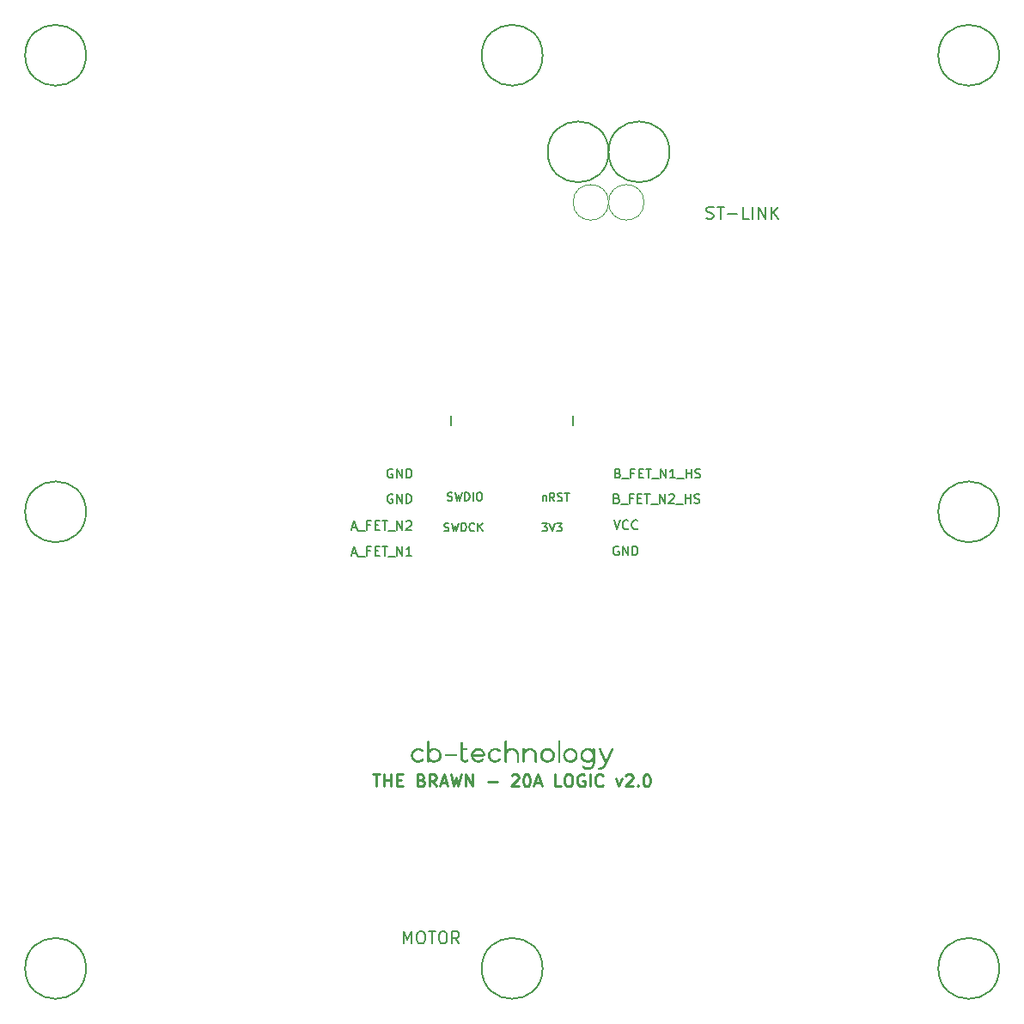
<source format=gbr>
%TF.GenerationSoftware,KiCad,Pcbnew,7.0.2-6a45011f42~172~ubuntu22.04.1*%
%TF.CreationDate,2023-05-30T13:10:43+12:00*%
%TF.ProjectId,THE_BRAWN-20A_LOGIC_FIXTURE,5448455f-4252-4415-974e-2d3230415f4c,v1.0*%
%TF.SameCoordinates,Original*%
%TF.FileFunction,Legend,Top*%
%TF.FilePolarity,Positive*%
%FSLAX46Y46*%
G04 Gerber Fmt 4.6, Leading zero omitted, Abs format (unit mm)*
G04 Created by KiCad (PCBNEW 7.0.2-6a45011f42~172~ubuntu22.04.1) date 2023-05-30 13:10:43*
%MOMM*%
%LPD*%
G01*
G04 APERTURE LIST*
%ADD10C,0.150000*%
%ADD11C,0.200000*%
%ADD12C,0.250000*%
%ADD13C,0.120000*%
G04 APERTURE END LIST*
D10*
X214000000Y-130575000D02*
X214000000Y-131500000D01*
X226000000Y-130575000D02*
X226000000Y-131475000D01*
X222939285Y-141120095D02*
X223434523Y-141120095D01*
X223434523Y-141120095D02*
X223167857Y-141424857D01*
X223167857Y-141424857D02*
X223282142Y-141424857D01*
X223282142Y-141424857D02*
X223358333Y-141462952D01*
X223358333Y-141462952D02*
X223396428Y-141501047D01*
X223396428Y-141501047D02*
X223434523Y-141577238D01*
X223434523Y-141577238D02*
X223434523Y-141767714D01*
X223434523Y-141767714D02*
X223396428Y-141843904D01*
X223396428Y-141843904D02*
X223358333Y-141882000D01*
X223358333Y-141882000D02*
X223282142Y-141920095D01*
X223282142Y-141920095D02*
X223053571Y-141920095D01*
X223053571Y-141920095D02*
X222977380Y-141882000D01*
X222977380Y-141882000D02*
X222939285Y-141843904D01*
X223663095Y-141120095D02*
X223929762Y-141920095D01*
X223929762Y-141920095D02*
X224196428Y-141120095D01*
X224386904Y-141120095D02*
X224882142Y-141120095D01*
X224882142Y-141120095D02*
X224615476Y-141424857D01*
X224615476Y-141424857D02*
X224729761Y-141424857D01*
X224729761Y-141424857D02*
X224805952Y-141462952D01*
X224805952Y-141462952D02*
X224844047Y-141501047D01*
X224844047Y-141501047D02*
X224882142Y-141577238D01*
X224882142Y-141577238D02*
X224882142Y-141767714D01*
X224882142Y-141767714D02*
X224844047Y-141843904D01*
X224844047Y-141843904D02*
X224805952Y-141882000D01*
X224805952Y-141882000D02*
X224729761Y-141920095D01*
X224729761Y-141920095D02*
X224501190Y-141920095D01*
X224501190Y-141920095D02*
X224424999Y-141882000D01*
X224424999Y-141882000D02*
X224386904Y-141843904D01*
X230035714Y-140816357D02*
X230335714Y-141716357D01*
X230335714Y-141716357D02*
X230635714Y-140816357D01*
X231450000Y-141630642D02*
X231407143Y-141673500D01*
X231407143Y-141673500D02*
X231278571Y-141716357D01*
X231278571Y-141716357D02*
X231192857Y-141716357D01*
X231192857Y-141716357D02*
X231064286Y-141673500D01*
X231064286Y-141673500D02*
X230978571Y-141587785D01*
X230978571Y-141587785D02*
X230935714Y-141502071D01*
X230935714Y-141502071D02*
X230892857Y-141330642D01*
X230892857Y-141330642D02*
X230892857Y-141202071D01*
X230892857Y-141202071D02*
X230935714Y-141030642D01*
X230935714Y-141030642D02*
X230978571Y-140944928D01*
X230978571Y-140944928D02*
X231064286Y-140859214D01*
X231064286Y-140859214D02*
X231192857Y-140816357D01*
X231192857Y-140816357D02*
X231278571Y-140816357D01*
X231278571Y-140816357D02*
X231407143Y-140859214D01*
X231407143Y-140859214D02*
X231450000Y-140902071D01*
X232350000Y-141630642D02*
X232307143Y-141673500D01*
X232307143Y-141673500D02*
X232178571Y-141716357D01*
X232178571Y-141716357D02*
X232092857Y-141716357D01*
X232092857Y-141716357D02*
X231964286Y-141673500D01*
X231964286Y-141673500D02*
X231878571Y-141587785D01*
X231878571Y-141587785D02*
X231835714Y-141502071D01*
X231835714Y-141502071D02*
X231792857Y-141330642D01*
X231792857Y-141330642D02*
X231792857Y-141202071D01*
X231792857Y-141202071D02*
X231835714Y-141030642D01*
X231835714Y-141030642D02*
X231878571Y-140944928D01*
X231878571Y-140944928D02*
X231964286Y-140859214D01*
X231964286Y-140859214D02*
X232092857Y-140816357D01*
X232092857Y-140816357D02*
X232178571Y-140816357D01*
X232178571Y-140816357D02*
X232307143Y-140859214D01*
X232307143Y-140859214D02*
X232350000Y-140902071D01*
D11*
X209285714Y-182555142D02*
X209285714Y-181355142D01*
X209285714Y-181355142D02*
X209685714Y-182212285D01*
X209685714Y-182212285D02*
X210085714Y-181355142D01*
X210085714Y-181355142D02*
X210085714Y-182555142D01*
X210885714Y-181355142D02*
X211114286Y-181355142D01*
X211114286Y-181355142D02*
X211228571Y-181412285D01*
X211228571Y-181412285D02*
X211342857Y-181526571D01*
X211342857Y-181526571D02*
X211400000Y-181755142D01*
X211400000Y-181755142D02*
X211400000Y-182155142D01*
X211400000Y-182155142D02*
X211342857Y-182383714D01*
X211342857Y-182383714D02*
X211228571Y-182498000D01*
X211228571Y-182498000D02*
X211114286Y-182555142D01*
X211114286Y-182555142D02*
X210885714Y-182555142D01*
X210885714Y-182555142D02*
X210771429Y-182498000D01*
X210771429Y-182498000D02*
X210657143Y-182383714D01*
X210657143Y-182383714D02*
X210600000Y-182155142D01*
X210600000Y-182155142D02*
X210600000Y-181755142D01*
X210600000Y-181755142D02*
X210657143Y-181526571D01*
X210657143Y-181526571D02*
X210771429Y-181412285D01*
X210771429Y-181412285D02*
X210885714Y-181355142D01*
X211742857Y-181355142D02*
X212428572Y-181355142D01*
X212085714Y-182555142D02*
X212085714Y-181355142D01*
X213057143Y-181355142D02*
X213285715Y-181355142D01*
X213285715Y-181355142D02*
X213400000Y-181412285D01*
X213400000Y-181412285D02*
X213514286Y-181526571D01*
X213514286Y-181526571D02*
X213571429Y-181755142D01*
X213571429Y-181755142D02*
X213571429Y-182155142D01*
X213571429Y-182155142D02*
X213514286Y-182383714D01*
X213514286Y-182383714D02*
X213400000Y-182498000D01*
X213400000Y-182498000D02*
X213285715Y-182555142D01*
X213285715Y-182555142D02*
X213057143Y-182555142D01*
X213057143Y-182555142D02*
X212942858Y-182498000D01*
X212942858Y-182498000D02*
X212828572Y-182383714D01*
X212828572Y-182383714D02*
X212771429Y-182155142D01*
X212771429Y-182155142D02*
X212771429Y-181755142D01*
X212771429Y-181755142D02*
X212828572Y-181526571D01*
X212828572Y-181526571D02*
X212942858Y-181412285D01*
X212942858Y-181412285D02*
X213057143Y-181355142D01*
X214771429Y-182555142D02*
X214371429Y-181983714D01*
X214085715Y-182555142D02*
X214085715Y-181355142D01*
X214085715Y-181355142D02*
X214542858Y-181355142D01*
X214542858Y-181355142D02*
X214657143Y-181412285D01*
X214657143Y-181412285D02*
X214714286Y-181469428D01*
X214714286Y-181469428D02*
X214771429Y-181583714D01*
X214771429Y-181583714D02*
X214771429Y-181755142D01*
X214771429Y-181755142D02*
X214714286Y-181869428D01*
X214714286Y-181869428D02*
X214657143Y-181926571D01*
X214657143Y-181926571D02*
X214542858Y-181983714D01*
X214542858Y-181983714D02*
X214085715Y-181983714D01*
D10*
X230414285Y-136194928D02*
X230542857Y-136237785D01*
X230542857Y-136237785D02*
X230585714Y-136280642D01*
X230585714Y-136280642D02*
X230628571Y-136366357D01*
X230628571Y-136366357D02*
X230628571Y-136494928D01*
X230628571Y-136494928D02*
X230585714Y-136580642D01*
X230585714Y-136580642D02*
X230542857Y-136623500D01*
X230542857Y-136623500D02*
X230457142Y-136666357D01*
X230457142Y-136666357D02*
X230114285Y-136666357D01*
X230114285Y-136666357D02*
X230114285Y-135766357D01*
X230114285Y-135766357D02*
X230414285Y-135766357D01*
X230414285Y-135766357D02*
X230500000Y-135809214D01*
X230500000Y-135809214D02*
X230542857Y-135852071D01*
X230542857Y-135852071D02*
X230585714Y-135937785D01*
X230585714Y-135937785D02*
X230585714Y-136023500D01*
X230585714Y-136023500D02*
X230542857Y-136109214D01*
X230542857Y-136109214D02*
X230500000Y-136152071D01*
X230500000Y-136152071D02*
X230414285Y-136194928D01*
X230414285Y-136194928D02*
X230114285Y-136194928D01*
X230800000Y-136752071D02*
X231485714Y-136752071D01*
X231999999Y-136194928D02*
X231699999Y-136194928D01*
X231699999Y-136666357D02*
X231699999Y-135766357D01*
X231699999Y-135766357D02*
X232128571Y-135766357D01*
X232471428Y-136194928D02*
X232771428Y-136194928D01*
X232900000Y-136666357D02*
X232471428Y-136666357D01*
X232471428Y-136666357D02*
X232471428Y-135766357D01*
X232471428Y-135766357D02*
X232900000Y-135766357D01*
X233157143Y-135766357D02*
X233671429Y-135766357D01*
X233414286Y-136666357D02*
X233414286Y-135766357D01*
X233757143Y-136752071D02*
X234442857Y-136752071D01*
X234657142Y-136666357D02*
X234657142Y-135766357D01*
X234657142Y-135766357D02*
X235171428Y-136666357D01*
X235171428Y-136666357D02*
X235171428Y-135766357D01*
X236071428Y-136666357D02*
X235557142Y-136666357D01*
X235814285Y-136666357D02*
X235814285Y-135766357D01*
X235814285Y-135766357D02*
X235728571Y-135894928D01*
X235728571Y-135894928D02*
X235642856Y-135980642D01*
X235642856Y-135980642D02*
X235557142Y-136023500D01*
X236242857Y-136752071D02*
X236928571Y-136752071D01*
X237142856Y-136666357D02*
X237142856Y-135766357D01*
X237142856Y-136194928D02*
X237657142Y-136194928D01*
X237657142Y-136666357D02*
X237657142Y-135766357D01*
X238042856Y-136623500D02*
X238171428Y-136666357D01*
X238171428Y-136666357D02*
X238385713Y-136666357D01*
X238385713Y-136666357D02*
X238471428Y-136623500D01*
X238471428Y-136623500D02*
X238514285Y-136580642D01*
X238514285Y-136580642D02*
X238557142Y-136494928D01*
X238557142Y-136494928D02*
X238557142Y-136409214D01*
X238557142Y-136409214D02*
X238514285Y-136323500D01*
X238514285Y-136323500D02*
X238471428Y-136280642D01*
X238471428Y-136280642D02*
X238385713Y-136237785D01*
X238385713Y-136237785D02*
X238214285Y-136194928D01*
X238214285Y-136194928D02*
X238128570Y-136152071D01*
X238128570Y-136152071D02*
X238085713Y-136109214D01*
X238085713Y-136109214D02*
X238042856Y-136023500D01*
X238042856Y-136023500D02*
X238042856Y-135937785D01*
X238042856Y-135937785D02*
X238085713Y-135852071D01*
X238085713Y-135852071D02*
X238128570Y-135809214D01*
X238128570Y-135809214D02*
X238214285Y-135766357D01*
X238214285Y-135766357D02*
X238428570Y-135766357D01*
X238428570Y-135766357D02*
X238557142Y-135809214D01*
X204207142Y-144059214D02*
X204635714Y-144059214D01*
X204121428Y-144316357D02*
X204421428Y-143416357D01*
X204421428Y-143416357D02*
X204721428Y-144316357D01*
X204807143Y-144402071D02*
X205492857Y-144402071D01*
X206007142Y-143844928D02*
X205707142Y-143844928D01*
X205707142Y-144316357D02*
X205707142Y-143416357D01*
X205707142Y-143416357D02*
X206135714Y-143416357D01*
X206478571Y-143844928D02*
X206778571Y-143844928D01*
X206907143Y-144316357D02*
X206478571Y-144316357D01*
X206478571Y-144316357D02*
X206478571Y-143416357D01*
X206478571Y-143416357D02*
X206907143Y-143416357D01*
X207164286Y-143416357D02*
X207678572Y-143416357D01*
X207421429Y-144316357D02*
X207421429Y-143416357D01*
X207764286Y-144402071D02*
X208450000Y-144402071D01*
X208664285Y-144316357D02*
X208664285Y-143416357D01*
X208664285Y-143416357D02*
X209178571Y-144316357D01*
X209178571Y-144316357D02*
X209178571Y-143416357D01*
X210078571Y-144316357D02*
X209564285Y-144316357D01*
X209821428Y-144316357D02*
X209821428Y-143416357D01*
X209821428Y-143416357D02*
X209735714Y-143544928D01*
X209735714Y-143544928D02*
X209649999Y-143630642D01*
X209649999Y-143630642D02*
X209564285Y-143673500D01*
X230314285Y-138694928D02*
X230442857Y-138737785D01*
X230442857Y-138737785D02*
X230485714Y-138780642D01*
X230485714Y-138780642D02*
X230528571Y-138866357D01*
X230528571Y-138866357D02*
X230528571Y-138994928D01*
X230528571Y-138994928D02*
X230485714Y-139080642D01*
X230485714Y-139080642D02*
X230442857Y-139123500D01*
X230442857Y-139123500D02*
X230357142Y-139166357D01*
X230357142Y-139166357D02*
X230014285Y-139166357D01*
X230014285Y-139166357D02*
X230014285Y-138266357D01*
X230014285Y-138266357D02*
X230314285Y-138266357D01*
X230314285Y-138266357D02*
X230400000Y-138309214D01*
X230400000Y-138309214D02*
X230442857Y-138352071D01*
X230442857Y-138352071D02*
X230485714Y-138437785D01*
X230485714Y-138437785D02*
X230485714Y-138523500D01*
X230485714Y-138523500D02*
X230442857Y-138609214D01*
X230442857Y-138609214D02*
X230400000Y-138652071D01*
X230400000Y-138652071D02*
X230314285Y-138694928D01*
X230314285Y-138694928D02*
X230014285Y-138694928D01*
X230700000Y-139252071D02*
X231385714Y-139252071D01*
X231899999Y-138694928D02*
X231599999Y-138694928D01*
X231599999Y-139166357D02*
X231599999Y-138266357D01*
X231599999Y-138266357D02*
X232028571Y-138266357D01*
X232371428Y-138694928D02*
X232671428Y-138694928D01*
X232800000Y-139166357D02*
X232371428Y-139166357D01*
X232371428Y-139166357D02*
X232371428Y-138266357D01*
X232371428Y-138266357D02*
X232800000Y-138266357D01*
X233057143Y-138266357D02*
X233571429Y-138266357D01*
X233314286Y-139166357D02*
X233314286Y-138266357D01*
X233657143Y-139252071D02*
X234342857Y-139252071D01*
X234557142Y-139166357D02*
X234557142Y-138266357D01*
X234557142Y-138266357D02*
X235071428Y-139166357D01*
X235071428Y-139166357D02*
X235071428Y-138266357D01*
X235457142Y-138352071D02*
X235499999Y-138309214D01*
X235499999Y-138309214D02*
X235585714Y-138266357D01*
X235585714Y-138266357D02*
X235799999Y-138266357D01*
X235799999Y-138266357D02*
X235885714Y-138309214D01*
X235885714Y-138309214D02*
X235928571Y-138352071D01*
X235928571Y-138352071D02*
X235971428Y-138437785D01*
X235971428Y-138437785D02*
X235971428Y-138523500D01*
X235971428Y-138523500D02*
X235928571Y-138652071D01*
X235928571Y-138652071D02*
X235414285Y-139166357D01*
X235414285Y-139166357D02*
X235971428Y-139166357D01*
X236142857Y-139252071D02*
X236828571Y-139252071D01*
X237042856Y-139166357D02*
X237042856Y-138266357D01*
X237042856Y-138694928D02*
X237557142Y-138694928D01*
X237557142Y-139166357D02*
X237557142Y-138266357D01*
X237942856Y-139123500D02*
X238071428Y-139166357D01*
X238071428Y-139166357D02*
X238285713Y-139166357D01*
X238285713Y-139166357D02*
X238371428Y-139123500D01*
X238371428Y-139123500D02*
X238414285Y-139080642D01*
X238414285Y-139080642D02*
X238457142Y-138994928D01*
X238457142Y-138994928D02*
X238457142Y-138909214D01*
X238457142Y-138909214D02*
X238414285Y-138823500D01*
X238414285Y-138823500D02*
X238371428Y-138780642D01*
X238371428Y-138780642D02*
X238285713Y-138737785D01*
X238285713Y-138737785D02*
X238114285Y-138694928D01*
X238114285Y-138694928D02*
X238028570Y-138652071D01*
X238028570Y-138652071D02*
X237985713Y-138609214D01*
X237985713Y-138609214D02*
X237942856Y-138523500D01*
X237942856Y-138523500D02*
X237942856Y-138437785D01*
X237942856Y-138437785D02*
X237985713Y-138352071D01*
X237985713Y-138352071D02*
X238028570Y-138309214D01*
X238028570Y-138309214D02*
X238114285Y-138266357D01*
X238114285Y-138266357D02*
X238328570Y-138266357D01*
X238328570Y-138266357D02*
X238457142Y-138309214D01*
X204207142Y-141509214D02*
X204635714Y-141509214D01*
X204121428Y-141766357D02*
X204421428Y-140866357D01*
X204421428Y-140866357D02*
X204721428Y-141766357D01*
X204807143Y-141852071D02*
X205492857Y-141852071D01*
X206007142Y-141294928D02*
X205707142Y-141294928D01*
X205707142Y-141766357D02*
X205707142Y-140866357D01*
X205707142Y-140866357D02*
X206135714Y-140866357D01*
X206478571Y-141294928D02*
X206778571Y-141294928D01*
X206907143Y-141766357D02*
X206478571Y-141766357D01*
X206478571Y-141766357D02*
X206478571Y-140866357D01*
X206478571Y-140866357D02*
X206907143Y-140866357D01*
X207164286Y-140866357D02*
X207678572Y-140866357D01*
X207421429Y-141766357D02*
X207421429Y-140866357D01*
X207764286Y-141852071D02*
X208450000Y-141852071D01*
X208664285Y-141766357D02*
X208664285Y-140866357D01*
X208664285Y-140866357D02*
X209178571Y-141766357D01*
X209178571Y-141766357D02*
X209178571Y-140866357D01*
X209564285Y-140952071D02*
X209607142Y-140909214D01*
X209607142Y-140909214D02*
X209692857Y-140866357D01*
X209692857Y-140866357D02*
X209907142Y-140866357D01*
X209907142Y-140866357D02*
X209992857Y-140909214D01*
X209992857Y-140909214D02*
X210035714Y-140952071D01*
X210035714Y-140952071D02*
X210078571Y-141037785D01*
X210078571Y-141037785D02*
X210078571Y-141123500D01*
X210078571Y-141123500D02*
X210035714Y-141252071D01*
X210035714Y-141252071D02*
X209521428Y-141766357D01*
X209521428Y-141766357D02*
X210078571Y-141766357D01*
X222990476Y-138386761D02*
X222990476Y-138920095D01*
X222990476Y-138462952D02*
X223028571Y-138424857D01*
X223028571Y-138424857D02*
X223104761Y-138386761D01*
X223104761Y-138386761D02*
X223219047Y-138386761D01*
X223219047Y-138386761D02*
X223295238Y-138424857D01*
X223295238Y-138424857D02*
X223333333Y-138501047D01*
X223333333Y-138501047D02*
X223333333Y-138920095D01*
X224171429Y-138920095D02*
X223904762Y-138539142D01*
X223714286Y-138920095D02*
X223714286Y-138120095D01*
X223714286Y-138120095D02*
X224019048Y-138120095D01*
X224019048Y-138120095D02*
X224095238Y-138158190D01*
X224095238Y-138158190D02*
X224133333Y-138196285D01*
X224133333Y-138196285D02*
X224171429Y-138272476D01*
X224171429Y-138272476D02*
X224171429Y-138386761D01*
X224171429Y-138386761D02*
X224133333Y-138462952D01*
X224133333Y-138462952D02*
X224095238Y-138501047D01*
X224095238Y-138501047D02*
X224019048Y-138539142D01*
X224019048Y-138539142D02*
X223714286Y-138539142D01*
X224476190Y-138882000D02*
X224590476Y-138920095D01*
X224590476Y-138920095D02*
X224780952Y-138920095D01*
X224780952Y-138920095D02*
X224857143Y-138882000D01*
X224857143Y-138882000D02*
X224895238Y-138843904D01*
X224895238Y-138843904D02*
X224933333Y-138767714D01*
X224933333Y-138767714D02*
X224933333Y-138691523D01*
X224933333Y-138691523D02*
X224895238Y-138615333D01*
X224895238Y-138615333D02*
X224857143Y-138577238D01*
X224857143Y-138577238D02*
X224780952Y-138539142D01*
X224780952Y-138539142D02*
X224628571Y-138501047D01*
X224628571Y-138501047D02*
X224552381Y-138462952D01*
X224552381Y-138462952D02*
X224514286Y-138424857D01*
X224514286Y-138424857D02*
X224476190Y-138348666D01*
X224476190Y-138348666D02*
X224476190Y-138272476D01*
X224476190Y-138272476D02*
X224514286Y-138196285D01*
X224514286Y-138196285D02*
X224552381Y-138158190D01*
X224552381Y-138158190D02*
X224628571Y-138120095D01*
X224628571Y-138120095D02*
X224819048Y-138120095D01*
X224819048Y-138120095D02*
X224933333Y-138158190D01*
X225161905Y-138120095D02*
X225619048Y-138120095D01*
X225390476Y-138920095D02*
X225390476Y-138120095D01*
X213301189Y-141882000D02*
X213415475Y-141920095D01*
X213415475Y-141920095D02*
X213605951Y-141920095D01*
X213605951Y-141920095D02*
X213682142Y-141882000D01*
X213682142Y-141882000D02*
X213720237Y-141843904D01*
X213720237Y-141843904D02*
X213758332Y-141767714D01*
X213758332Y-141767714D02*
X213758332Y-141691523D01*
X213758332Y-141691523D02*
X213720237Y-141615333D01*
X213720237Y-141615333D02*
X213682142Y-141577238D01*
X213682142Y-141577238D02*
X213605951Y-141539142D01*
X213605951Y-141539142D02*
X213453570Y-141501047D01*
X213453570Y-141501047D02*
X213377380Y-141462952D01*
X213377380Y-141462952D02*
X213339285Y-141424857D01*
X213339285Y-141424857D02*
X213301189Y-141348666D01*
X213301189Y-141348666D02*
X213301189Y-141272476D01*
X213301189Y-141272476D02*
X213339285Y-141196285D01*
X213339285Y-141196285D02*
X213377380Y-141158190D01*
X213377380Y-141158190D02*
X213453570Y-141120095D01*
X213453570Y-141120095D02*
X213644047Y-141120095D01*
X213644047Y-141120095D02*
X213758332Y-141158190D01*
X214024999Y-141120095D02*
X214215475Y-141920095D01*
X214215475Y-141920095D02*
X214367856Y-141348666D01*
X214367856Y-141348666D02*
X214520237Y-141920095D01*
X214520237Y-141920095D02*
X214710714Y-141120095D01*
X215015476Y-141920095D02*
X215015476Y-141120095D01*
X215015476Y-141120095D02*
X215205952Y-141120095D01*
X215205952Y-141120095D02*
X215320238Y-141158190D01*
X215320238Y-141158190D02*
X215396428Y-141234380D01*
X215396428Y-141234380D02*
X215434523Y-141310571D01*
X215434523Y-141310571D02*
X215472619Y-141462952D01*
X215472619Y-141462952D02*
X215472619Y-141577238D01*
X215472619Y-141577238D02*
X215434523Y-141729619D01*
X215434523Y-141729619D02*
X215396428Y-141805809D01*
X215396428Y-141805809D02*
X215320238Y-141882000D01*
X215320238Y-141882000D02*
X215205952Y-141920095D01*
X215205952Y-141920095D02*
X215015476Y-141920095D01*
X216272619Y-141843904D02*
X216234523Y-141882000D01*
X216234523Y-141882000D02*
X216120238Y-141920095D01*
X216120238Y-141920095D02*
X216044047Y-141920095D01*
X216044047Y-141920095D02*
X215929761Y-141882000D01*
X215929761Y-141882000D02*
X215853571Y-141805809D01*
X215853571Y-141805809D02*
X215815476Y-141729619D01*
X215815476Y-141729619D02*
X215777380Y-141577238D01*
X215777380Y-141577238D02*
X215777380Y-141462952D01*
X215777380Y-141462952D02*
X215815476Y-141310571D01*
X215815476Y-141310571D02*
X215853571Y-141234380D01*
X215853571Y-141234380D02*
X215929761Y-141158190D01*
X215929761Y-141158190D02*
X216044047Y-141120095D01*
X216044047Y-141120095D02*
X216120238Y-141120095D01*
X216120238Y-141120095D02*
X216234523Y-141158190D01*
X216234523Y-141158190D02*
X216272619Y-141196285D01*
X216615476Y-141920095D02*
X216615476Y-141120095D01*
X217072619Y-141920095D02*
X216729761Y-141462952D01*
X217072619Y-141120095D02*
X216615476Y-141577238D01*
X208192857Y-138309214D02*
X208107143Y-138266357D01*
X208107143Y-138266357D02*
X207978571Y-138266357D01*
X207978571Y-138266357D02*
X207850000Y-138309214D01*
X207850000Y-138309214D02*
X207764285Y-138394928D01*
X207764285Y-138394928D02*
X207721428Y-138480642D01*
X207721428Y-138480642D02*
X207678571Y-138652071D01*
X207678571Y-138652071D02*
X207678571Y-138780642D01*
X207678571Y-138780642D02*
X207721428Y-138952071D01*
X207721428Y-138952071D02*
X207764285Y-139037785D01*
X207764285Y-139037785D02*
X207850000Y-139123500D01*
X207850000Y-139123500D02*
X207978571Y-139166357D01*
X207978571Y-139166357D02*
X208064285Y-139166357D01*
X208064285Y-139166357D02*
X208192857Y-139123500D01*
X208192857Y-139123500D02*
X208235714Y-139080642D01*
X208235714Y-139080642D02*
X208235714Y-138780642D01*
X208235714Y-138780642D02*
X208064285Y-138780642D01*
X208621428Y-139166357D02*
X208621428Y-138266357D01*
X208621428Y-138266357D02*
X209135714Y-139166357D01*
X209135714Y-139166357D02*
X209135714Y-138266357D01*
X209564285Y-139166357D02*
X209564285Y-138266357D01*
X209564285Y-138266357D02*
X209778571Y-138266357D01*
X209778571Y-138266357D02*
X209907142Y-138309214D01*
X209907142Y-138309214D02*
X209992857Y-138394928D01*
X209992857Y-138394928D02*
X210035714Y-138480642D01*
X210035714Y-138480642D02*
X210078571Y-138652071D01*
X210078571Y-138652071D02*
X210078571Y-138780642D01*
X210078571Y-138780642D02*
X210035714Y-138952071D01*
X210035714Y-138952071D02*
X209992857Y-139037785D01*
X209992857Y-139037785D02*
X209907142Y-139123500D01*
X209907142Y-139123500D02*
X209778571Y-139166357D01*
X209778571Y-139166357D02*
X209564285Y-139166357D01*
X208192857Y-135809214D02*
X208107143Y-135766357D01*
X208107143Y-135766357D02*
X207978571Y-135766357D01*
X207978571Y-135766357D02*
X207850000Y-135809214D01*
X207850000Y-135809214D02*
X207764285Y-135894928D01*
X207764285Y-135894928D02*
X207721428Y-135980642D01*
X207721428Y-135980642D02*
X207678571Y-136152071D01*
X207678571Y-136152071D02*
X207678571Y-136280642D01*
X207678571Y-136280642D02*
X207721428Y-136452071D01*
X207721428Y-136452071D02*
X207764285Y-136537785D01*
X207764285Y-136537785D02*
X207850000Y-136623500D01*
X207850000Y-136623500D02*
X207978571Y-136666357D01*
X207978571Y-136666357D02*
X208064285Y-136666357D01*
X208064285Y-136666357D02*
X208192857Y-136623500D01*
X208192857Y-136623500D02*
X208235714Y-136580642D01*
X208235714Y-136580642D02*
X208235714Y-136280642D01*
X208235714Y-136280642D02*
X208064285Y-136280642D01*
X208621428Y-136666357D02*
X208621428Y-135766357D01*
X208621428Y-135766357D02*
X209135714Y-136666357D01*
X209135714Y-136666357D02*
X209135714Y-135766357D01*
X209564285Y-136666357D02*
X209564285Y-135766357D01*
X209564285Y-135766357D02*
X209778571Y-135766357D01*
X209778571Y-135766357D02*
X209907142Y-135809214D01*
X209907142Y-135809214D02*
X209992857Y-135894928D01*
X209992857Y-135894928D02*
X210035714Y-135980642D01*
X210035714Y-135980642D02*
X210078571Y-136152071D01*
X210078571Y-136152071D02*
X210078571Y-136280642D01*
X210078571Y-136280642D02*
X210035714Y-136452071D01*
X210035714Y-136452071D02*
X209992857Y-136537785D01*
X209992857Y-136537785D02*
X209907142Y-136623500D01*
X209907142Y-136623500D02*
X209778571Y-136666357D01*
X209778571Y-136666357D02*
X209564285Y-136666357D01*
X213632142Y-138857000D02*
X213746428Y-138895095D01*
X213746428Y-138895095D02*
X213936904Y-138895095D01*
X213936904Y-138895095D02*
X214013095Y-138857000D01*
X214013095Y-138857000D02*
X214051190Y-138818904D01*
X214051190Y-138818904D02*
X214089285Y-138742714D01*
X214089285Y-138742714D02*
X214089285Y-138666523D01*
X214089285Y-138666523D02*
X214051190Y-138590333D01*
X214051190Y-138590333D02*
X214013095Y-138552238D01*
X214013095Y-138552238D02*
X213936904Y-138514142D01*
X213936904Y-138514142D02*
X213784523Y-138476047D01*
X213784523Y-138476047D02*
X213708333Y-138437952D01*
X213708333Y-138437952D02*
X213670238Y-138399857D01*
X213670238Y-138399857D02*
X213632142Y-138323666D01*
X213632142Y-138323666D02*
X213632142Y-138247476D01*
X213632142Y-138247476D02*
X213670238Y-138171285D01*
X213670238Y-138171285D02*
X213708333Y-138133190D01*
X213708333Y-138133190D02*
X213784523Y-138095095D01*
X213784523Y-138095095D02*
X213975000Y-138095095D01*
X213975000Y-138095095D02*
X214089285Y-138133190D01*
X214355952Y-138095095D02*
X214546428Y-138895095D01*
X214546428Y-138895095D02*
X214698809Y-138323666D01*
X214698809Y-138323666D02*
X214851190Y-138895095D01*
X214851190Y-138895095D02*
X215041667Y-138095095D01*
X215346429Y-138895095D02*
X215346429Y-138095095D01*
X215346429Y-138095095D02*
X215536905Y-138095095D01*
X215536905Y-138095095D02*
X215651191Y-138133190D01*
X215651191Y-138133190D02*
X215727381Y-138209380D01*
X215727381Y-138209380D02*
X215765476Y-138285571D01*
X215765476Y-138285571D02*
X215803572Y-138437952D01*
X215803572Y-138437952D02*
X215803572Y-138552238D01*
X215803572Y-138552238D02*
X215765476Y-138704619D01*
X215765476Y-138704619D02*
X215727381Y-138780809D01*
X215727381Y-138780809D02*
X215651191Y-138857000D01*
X215651191Y-138857000D02*
X215536905Y-138895095D01*
X215536905Y-138895095D02*
X215346429Y-138895095D01*
X216146429Y-138895095D02*
X216146429Y-138095095D01*
X216679762Y-138095095D02*
X216832143Y-138095095D01*
X216832143Y-138095095D02*
X216908333Y-138133190D01*
X216908333Y-138133190D02*
X216984524Y-138209380D01*
X216984524Y-138209380D02*
X217022619Y-138361761D01*
X217022619Y-138361761D02*
X217022619Y-138628428D01*
X217022619Y-138628428D02*
X216984524Y-138780809D01*
X216984524Y-138780809D02*
X216908333Y-138857000D01*
X216908333Y-138857000D02*
X216832143Y-138895095D01*
X216832143Y-138895095D02*
X216679762Y-138895095D01*
X216679762Y-138895095D02*
X216603571Y-138857000D01*
X216603571Y-138857000D02*
X216527381Y-138780809D01*
X216527381Y-138780809D02*
X216489285Y-138628428D01*
X216489285Y-138628428D02*
X216489285Y-138361761D01*
X216489285Y-138361761D02*
X216527381Y-138209380D01*
X216527381Y-138209380D02*
X216603571Y-138133190D01*
X216603571Y-138133190D02*
X216679762Y-138095095D01*
D11*
X239157142Y-111073000D02*
X239328571Y-111130142D01*
X239328571Y-111130142D02*
X239614285Y-111130142D01*
X239614285Y-111130142D02*
X239728571Y-111073000D01*
X239728571Y-111073000D02*
X239785713Y-111015857D01*
X239785713Y-111015857D02*
X239842856Y-110901571D01*
X239842856Y-110901571D02*
X239842856Y-110787285D01*
X239842856Y-110787285D02*
X239785713Y-110673000D01*
X239785713Y-110673000D02*
X239728571Y-110615857D01*
X239728571Y-110615857D02*
X239614285Y-110558714D01*
X239614285Y-110558714D02*
X239385713Y-110501571D01*
X239385713Y-110501571D02*
X239271428Y-110444428D01*
X239271428Y-110444428D02*
X239214285Y-110387285D01*
X239214285Y-110387285D02*
X239157142Y-110273000D01*
X239157142Y-110273000D02*
X239157142Y-110158714D01*
X239157142Y-110158714D02*
X239214285Y-110044428D01*
X239214285Y-110044428D02*
X239271428Y-109987285D01*
X239271428Y-109987285D02*
X239385713Y-109930142D01*
X239385713Y-109930142D02*
X239671428Y-109930142D01*
X239671428Y-109930142D02*
X239842856Y-109987285D01*
X240185713Y-109930142D02*
X240871428Y-109930142D01*
X240528570Y-111130142D02*
X240528570Y-109930142D01*
X241271428Y-110673000D02*
X242185714Y-110673000D01*
X243328570Y-111130142D02*
X242757142Y-111130142D01*
X242757142Y-111130142D02*
X242757142Y-109930142D01*
X243728571Y-111130142D02*
X243728571Y-109930142D01*
X244300000Y-111130142D02*
X244300000Y-109930142D01*
X244300000Y-109930142D02*
X244985714Y-111130142D01*
X244985714Y-111130142D02*
X244985714Y-109930142D01*
X245557143Y-111130142D02*
X245557143Y-109930142D01*
X246242857Y-111130142D02*
X245728571Y-110444428D01*
X246242857Y-109930142D02*
X245557143Y-110615857D01*
D12*
X206285713Y-165855142D02*
X206971428Y-165855142D01*
X206628570Y-167055142D02*
X206628570Y-165855142D01*
X207371428Y-167055142D02*
X207371428Y-165855142D01*
X207371428Y-166426571D02*
X208057142Y-166426571D01*
X208057142Y-167055142D02*
X208057142Y-165855142D01*
X208628571Y-166426571D02*
X209028571Y-166426571D01*
X209199999Y-167055142D02*
X208628571Y-167055142D01*
X208628571Y-167055142D02*
X208628571Y-165855142D01*
X208628571Y-165855142D02*
X209199999Y-165855142D01*
X211028571Y-166426571D02*
X211199999Y-166483714D01*
X211199999Y-166483714D02*
X211257142Y-166540857D01*
X211257142Y-166540857D02*
X211314285Y-166655142D01*
X211314285Y-166655142D02*
X211314285Y-166826571D01*
X211314285Y-166826571D02*
X211257142Y-166940857D01*
X211257142Y-166940857D02*
X211199999Y-166998000D01*
X211199999Y-166998000D02*
X211085714Y-167055142D01*
X211085714Y-167055142D02*
X210628571Y-167055142D01*
X210628571Y-167055142D02*
X210628571Y-165855142D01*
X210628571Y-165855142D02*
X211028571Y-165855142D01*
X211028571Y-165855142D02*
X211142857Y-165912285D01*
X211142857Y-165912285D02*
X211199999Y-165969428D01*
X211199999Y-165969428D02*
X211257142Y-166083714D01*
X211257142Y-166083714D02*
X211257142Y-166198000D01*
X211257142Y-166198000D02*
X211199999Y-166312285D01*
X211199999Y-166312285D02*
X211142857Y-166369428D01*
X211142857Y-166369428D02*
X211028571Y-166426571D01*
X211028571Y-166426571D02*
X210628571Y-166426571D01*
X212514285Y-167055142D02*
X212114285Y-166483714D01*
X211828571Y-167055142D02*
X211828571Y-165855142D01*
X211828571Y-165855142D02*
X212285714Y-165855142D01*
X212285714Y-165855142D02*
X212399999Y-165912285D01*
X212399999Y-165912285D02*
X212457142Y-165969428D01*
X212457142Y-165969428D02*
X212514285Y-166083714D01*
X212514285Y-166083714D02*
X212514285Y-166255142D01*
X212514285Y-166255142D02*
X212457142Y-166369428D01*
X212457142Y-166369428D02*
X212399999Y-166426571D01*
X212399999Y-166426571D02*
X212285714Y-166483714D01*
X212285714Y-166483714D02*
X211828571Y-166483714D01*
X212971428Y-166712285D02*
X213542857Y-166712285D01*
X212857142Y-167055142D02*
X213257142Y-165855142D01*
X213257142Y-165855142D02*
X213657142Y-167055142D01*
X213942856Y-165855142D02*
X214228570Y-167055142D01*
X214228570Y-167055142D02*
X214457142Y-166198000D01*
X214457142Y-166198000D02*
X214685713Y-167055142D01*
X214685713Y-167055142D02*
X214971428Y-165855142D01*
X215428571Y-167055142D02*
X215428571Y-165855142D01*
X215428571Y-165855142D02*
X216114285Y-167055142D01*
X216114285Y-167055142D02*
X216114285Y-165855142D01*
X217600000Y-166598000D02*
X218514286Y-166598000D01*
X219942857Y-165969428D02*
X220000000Y-165912285D01*
X220000000Y-165912285D02*
X220114286Y-165855142D01*
X220114286Y-165855142D02*
X220400000Y-165855142D01*
X220400000Y-165855142D02*
X220514286Y-165912285D01*
X220514286Y-165912285D02*
X220571428Y-165969428D01*
X220571428Y-165969428D02*
X220628571Y-166083714D01*
X220628571Y-166083714D02*
X220628571Y-166198000D01*
X220628571Y-166198000D02*
X220571428Y-166369428D01*
X220571428Y-166369428D02*
X219885714Y-167055142D01*
X219885714Y-167055142D02*
X220628571Y-167055142D01*
X221371428Y-165855142D02*
X221485714Y-165855142D01*
X221485714Y-165855142D02*
X221600000Y-165912285D01*
X221600000Y-165912285D02*
X221657143Y-165969428D01*
X221657143Y-165969428D02*
X221714285Y-166083714D01*
X221714285Y-166083714D02*
X221771428Y-166312285D01*
X221771428Y-166312285D02*
X221771428Y-166598000D01*
X221771428Y-166598000D02*
X221714285Y-166826571D01*
X221714285Y-166826571D02*
X221657143Y-166940857D01*
X221657143Y-166940857D02*
X221600000Y-166998000D01*
X221600000Y-166998000D02*
X221485714Y-167055142D01*
X221485714Y-167055142D02*
X221371428Y-167055142D01*
X221371428Y-167055142D02*
X221257143Y-166998000D01*
X221257143Y-166998000D02*
X221200000Y-166940857D01*
X221200000Y-166940857D02*
X221142857Y-166826571D01*
X221142857Y-166826571D02*
X221085714Y-166598000D01*
X221085714Y-166598000D02*
X221085714Y-166312285D01*
X221085714Y-166312285D02*
X221142857Y-166083714D01*
X221142857Y-166083714D02*
X221200000Y-165969428D01*
X221200000Y-165969428D02*
X221257143Y-165912285D01*
X221257143Y-165912285D02*
X221371428Y-165855142D01*
X222228571Y-166712285D02*
X222800000Y-166712285D01*
X222114285Y-167055142D02*
X222514285Y-165855142D01*
X222514285Y-165855142D02*
X222914285Y-167055142D01*
X224799999Y-167055142D02*
X224228571Y-167055142D01*
X224228571Y-167055142D02*
X224228571Y-165855142D01*
X225428571Y-165855142D02*
X225657143Y-165855142D01*
X225657143Y-165855142D02*
X225771428Y-165912285D01*
X225771428Y-165912285D02*
X225885714Y-166026571D01*
X225885714Y-166026571D02*
X225942857Y-166255142D01*
X225942857Y-166255142D02*
X225942857Y-166655142D01*
X225942857Y-166655142D02*
X225885714Y-166883714D01*
X225885714Y-166883714D02*
X225771428Y-166998000D01*
X225771428Y-166998000D02*
X225657143Y-167055142D01*
X225657143Y-167055142D02*
X225428571Y-167055142D01*
X225428571Y-167055142D02*
X225314286Y-166998000D01*
X225314286Y-166998000D02*
X225200000Y-166883714D01*
X225200000Y-166883714D02*
X225142857Y-166655142D01*
X225142857Y-166655142D02*
X225142857Y-166255142D01*
X225142857Y-166255142D02*
X225200000Y-166026571D01*
X225200000Y-166026571D02*
X225314286Y-165912285D01*
X225314286Y-165912285D02*
X225428571Y-165855142D01*
X227085714Y-165912285D02*
X226971429Y-165855142D01*
X226971429Y-165855142D02*
X226800000Y-165855142D01*
X226800000Y-165855142D02*
X226628571Y-165912285D01*
X226628571Y-165912285D02*
X226514286Y-166026571D01*
X226514286Y-166026571D02*
X226457143Y-166140857D01*
X226457143Y-166140857D02*
X226400000Y-166369428D01*
X226400000Y-166369428D02*
X226400000Y-166540857D01*
X226400000Y-166540857D02*
X226457143Y-166769428D01*
X226457143Y-166769428D02*
X226514286Y-166883714D01*
X226514286Y-166883714D02*
X226628571Y-166998000D01*
X226628571Y-166998000D02*
X226800000Y-167055142D01*
X226800000Y-167055142D02*
X226914286Y-167055142D01*
X226914286Y-167055142D02*
X227085714Y-166998000D01*
X227085714Y-166998000D02*
X227142857Y-166940857D01*
X227142857Y-166940857D02*
X227142857Y-166540857D01*
X227142857Y-166540857D02*
X226914286Y-166540857D01*
X227657143Y-167055142D02*
X227657143Y-165855142D01*
X228914286Y-166940857D02*
X228857143Y-166998000D01*
X228857143Y-166998000D02*
X228685715Y-167055142D01*
X228685715Y-167055142D02*
X228571429Y-167055142D01*
X228571429Y-167055142D02*
X228400000Y-166998000D01*
X228400000Y-166998000D02*
X228285715Y-166883714D01*
X228285715Y-166883714D02*
X228228572Y-166769428D01*
X228228572Y-166769428D02*
X228171429Y-166540857D01*
X228171429Y-166540857D02*
X228171429Y-166369428D01*
X228171429Y-166369428D02*
X228228572Y-166140857D01*
X228228572Y-166140857D02*
X228285715Y-166026571D01*
X228285715Y-166026571D02*
X228400000Y-165912285D01*
X228400000Y-165912285D02*
X228571429Y-165855142D01*
X228571429Y-165855142D02*
X228685715Y-165855142D01*
X228685715Y-165855142D02*
X228857143Y-165912285D01*
X228857143Y-165912285D02*
X228914286Y-165969428D01*
X230228572Y-166255142D02*
X230514286Y-167055142D01*
X230514286Y-167055142D02*
X230800001Y-166255142D01*
X231200001Y-165969428D02*
X231257144Y-165912285D01*
X231257144Y-165912285D02*
X231371430Y-165855142D01*
X231371430Y-165855142D02*
X231657144Y-165855142D01*
X231657144Y-165855142D02*
X231771430Y-165912285D01*
X231771430Y-165912285D02*
X231828572Y-165969428D01*
X231828572Y-165969428D02*
X231885715Y-166083714D01*
X231885715Y-166083714D02*
X231885715Y-166198000D01*
X231885715Y-166198000D02*
X231828572Y-166369428D01*
X231828572Y-166369428D02*
X231142858Y-167055142D01*
X231142858Y-167055142D02*
X231885715Y-167055142D01*
X232400001Y-166940857D02*
X232457144Y-166998000D01*
X232457144Y-166998000D02*
X232400001Y-167055142D01*
X232400001Y-167055142D02*
X232342858Y-166998000D01*
X232342858Y-166998000D02*
X232400001Y-166940857D01*
X232400001Y-166940857D02*
X232400001Y-167055142D01*
X233200001Y-165855142D02*
X233314287Y-165855142D01*
X233314287Y-165855142D02*
X233428573Y-165912285D01*
X233428573Y-165912285D02*
X233485716Y-165969428D01*
X233485716Y-165969428D02*
X233542858Y-166083714D01*
X233542858Y-166083714D02*
X233600001Y-166312285D01*
X233600001Y-166312285D02*
X233600001Y-166598000D01*
X233600001Y-166598000D02*
X233542858Y-166826571D01*
X233542858Y-166826571D02*
X233485716Y-166940857D01*
X233485716Y-166940857D02*
X233428573Y-166998000D01*
X233428573Y-166998000D02*
X233314287Y-167055142D01*
X233314287Y-167055142D02*
X233200001Y-167055142D01*
X233200001Y-167055142D02*
X233085716Y-166998000D01*
X233085716Y-166998000D02*
X233028573Y-166940857D01*
X233028573Y-166940857D02*
X232971430Y-166826571D01*
X232971430Y-166826571D02*
X232914287Y-166598000D01*
X232914287Y-166598000D02*
X232914287Y-166312285D01*
X232914287Y-166312285D02*
X232971430Y-166083714D01*
X232971430Y-166083714D02*
X233028573Y-165969428D01*
X233028573Y-165969428D02*
X233085716Y-165912285D01*
X233085716Y-165912285D02*
X233200001Y-165855142D01*
D10*
X230485714Y-143409214D02*
X230400000Y-143366357D01*
X230400000Y-143366357D02*
X230271428Y-143366357D01*
X230271428Y-143366357D02*
X230142857Y-143409214D01*
X230142857Y-143409214D02*
X230057142Y-143494928D01*
X230057142Y-143494928D02*
X230014285Y-143580642D01*
X230014285Y-143580642D02*
X229971428Y-143752071D01*
X229971428Y-143752071D02*
X229971428Y-143880642D01*
X229971428Y-143880642D02*
X230014285Y-144052071D01*
X230014285Y-144052071D02*
X230057142Y-144137785D01*
X230057142Y-144137785D02*
X230142857Y-144223500D01*
X230142857Y-144223500D02*
X230271428Y-144266357D01*
X230271428Y-144266357D02*
X230357142Y-144266357D01*
X230357142Y-144266357D02*
X230485714Y-144223500D01*
X230485714Y-144223500D02*
X230528571Y-144180642D01*
X230528571Y-144180642D02*
X230528571Y-143880642D01*
X230528571Y-143880642D02*
X230357142Y-143880642D01*
X230914285Y-144266357D02*
X230914285Y-143366357D01*
X230914285Y-143366357D02*
X231428571Y-144266357D01*
X231428571Y-144266357D02*
X231428571Y-143366357D01*
X231857142Y-144266357D02*
X231857142Y-143366357D01*
X231857142Y-143366357D02*
X232071428Y-143366357D01*
X232071428Y-143366357D02*
X232199999Y-143409214D01*
X232199999Y-143409214D02*
X232285714Y-143494928D01*
X232285714Y-143494928D02*
X232328571Y-143580642D01*
X232328571Y-143580642D02*
X232371428Y-143752071D01*
X232371428Y-143752071D02*
X232371428Y-143880642D01*
X232371428Y-143880642D02*
X232328571Y-144052071D01*
X232328571Y-144052071D02*
X232285714Y-144137785D01*
X232285714Y-144137785D02*
X232199999Y-144223500D01*
X232199999Y-144223500D02*
X232071428Y-144266357D01*
X232071428Y-144266357D02*
X231857142Y-144266357D01*
%TO.C,M3*%
X268000000Y-185000000D02*
G75*
G03*
X268000000Y-185000000I-3000000J0D01*
G01*
%TO.C,M5*%
X178000000Y-95000000D02*
G75*
G03*
X178000000Y-95000000I-3000000J0D01*
G01*
%TO.C,M6*%
X268000000Y-140000000D02*
G75*
G03*
X268000000Y-140000000I-3000000J0D01*
G01*
%TO.C,M11*%
X235500000Y-104525000D02*
G75*
G03*
X235500000Y-104525000I-3000000J0D01*
G01*
%TO.C,G\u002A\u002A\u002A*%
G36*
X214549223Y-163894627D02*
G01*
X214576902Y-163920566D01*
X214594516Y-163953913D01*
X214600663Y-163991975D01*
X214600653Y-163993348D01*
X214594299Y-164031109D01*
X214576036Y-164063200D01*
X214553631Y-164084478D01*
X214529198Y-164103117D01*
X213989808Y-164104570D01*
X213892432Y-164104824D01*
X213807468Y-164105013D01*
X213734025Y-164105120D01*
X213671211Y-164105126D01*
X213618134Y-164105013D01*
X213573900Y-164104763D01*
X213537619Y-164104358D01*
X213508397Y-164103779D01*
X213485343Y-164103009D01*
X213467564Y-164102029D01*
X213454169Y-164100820D01*
X213444264Y-164099366D01*
X213436958Y-164097647D01*
X213431358Y-164095645D01*
X213426573Y-164093342D01*
X213426071Y-164093077D01*
X213395775Y-164070330D01*
X213375536Y-164041277D01*
X213365396Y-164008372D01*
X213365399Y-163974072D01*
X213375588Y-163940833D01*
X213396006Y-163911109D01*
X213422483Y-163889802D01*
X213426702Y-163887478D01*
X213431752Y-163885451D01*
X213438519Y-163883702D01*
X213447891Y-163882209D01*
X213460756Y-163880953D01*
X213477999Y-163879914D01*
X213500508Y-163879070D01*
X213529170Y-163878402D01*
X213564872Y-163877888D01*
X213608502Y-163877510D01*
X213660945Y-163877246D01*
X213723090Y-163877076D01*
X213795823Y-163876979D01*
X213880032Y-163876936D01*
X213976603Y-163876926D01*
X214522475Y-163876926D01*
X214549223Y-163894627D01*
G37*
G36*
X224667009Y-162552626D02*
G01*
X224691792Y-162562490D01*
X224716932Y-162580840D01*
X224737853Y-162603804D01*
X224747690Y-162620911D01*
X224749019Y-162630702D01*
X224750252Y-162652890D01*
X224751391Y-162686572D01*
X224752436Y-162730843D01*
X224753387Y-162784802D01*
X224754244Y-162847545D01*
X224755006Y-162918169D01*
X224755675Y-162995770D01*
X224756249Y-163079446D01*
X224756730Y-163168293D01*
X224757117Y-163261408D01*
X224757411Y-163357888D01*
X224757610Y-163456830D01*
X224757717Y-163557330D01*
X224757729Y-163658486D01*
X224757649Y-163759394D01*
X224757475Y-163859151D01*
X224757208Y-163956853D01*
X224756847Y-164051598D01*
X224756394Y-164142483D01*
X224755847Y-164228604D01*
X224755208Y-164309058D01*
X224754476Y-164382941D01*
X224753651Y-164449352D01*
X224752734Y-164507386D01*
X224751723Y-164556140D01*
X224750621Y-164594711D01*
X224749425Y-164622197D01*
X224748138Y-164637693D01*
X224747519Y-164640536D01*
X224727024Y-164673113D01*
X224698827Y-164696036D01*
X224665218Y-164708435D01*
X224628487Y-164709441D01*
X224593029Y-164699163D01*
X224562671Y-164678668D01*
X224541406Y-164648703D01*
X224530818Y-164618036D01*
X224529731Y-164606478D01*
X224528762Y-164581619D01*
X224527912Y-164543461D01*
X224527180Y-164492008D01*
X224526567Y-164427263D01*
X224526072Y-164349230D01*
X224525696Y-164257912D01*
X224525438Y-164153313D01*
X224525298Y-164035435D01*
X224525277Y-163904282D01*
X224525374Y-163759858D01*
X224525570Y-163614144D01*
X224525789Y-163481217D01*
X224525996Y-163360944D01*
X224526201Y-163252672D01*
X224526416Y-163155750D01*
X224526649Y-163069524D01*
X224526911Y-162993344D01*
X224527212Y-162926557D01*
X224527562Y-162868512D01*
X224527971Y-162818555D01*
X224528449Y-162776036D01*
X224529006Y-162740302D01*
X224529653Y-162710701D01*
X224530399Y-162686581D01*
X224531255Y-162667291D01*
X224532230Y-162652177D01*
X224533335Y-162640588D01*
X224534579Y-162631873D01*
X224535973Y-162625378D01*
X224537528Y-162620452D01*
X224539252Y-162616444D01*
X224541045Y-162612913D01*
X224564005Y-162582399D01*
X224594780Y-162561457D01*
X224630834Y-162551302D01*
X224667009Y-162552626D01*
G37*
G36*
X223617816Y-163282241D02*
G01*
X223709741Y-163304680D01*
X223797093Y-163339587D01*
X223879693Y-163386897D01*
X223957358Y-163446549D01*
X223983860Y-163470827D01*
X224033789Y-163521897D01*
X224074508Y-163571422D01*
X224108938Y-163623319D01*
X224137974Y-163677345D01*
X224173321Y-163764163D01*
X224196742Y-163855064D01*
X224208229Y-163948356D01*
X224207775Y-164042350D01*
X224195370Y-164135354D01*
X224171007Y-164225679D01*
X224141015Y-164298826D01*
X224092985Y-164383845D01*
X224034977Y-164460905D01*
X223967997Y-164529203D01*
X223893049Y-164587938D01*
X223811139Y-164636310D01*
X223723273Y-164673516D01*
X223642455Y-164696247D01*
X223601539Y-164702814D01*
X223552042Y-164707128D01*
X223498372Y-164709116D01*
X223444937Y-164708703D01*
X223396147Y-164705816D01*
X223359653Y-164701004D01*
X223265316Y-164676894D01*
X223176176Y-164640755D01*
X223092969Y-164593097D01*
X223016432Y-164534426D01*
X222947303Y-164465251D01*
X222886317Y-164386080D01*
X222872934Y-164365582D01*
X222830081Y-164285609D01*
X222798576Y-164200410D01*
X222778354Y-164111550D01*
X222769348Y-164020592D01*
X222770398Y-163975801D01*
X223000412Y-163975801D01*
X223003691Y-164050116D01*
X223016748Y-164122189D01*
X223039418Y-164188545D01*
X223040916Y-164191906D01*
X223077747Y-164258187D01*
X223124960Y-164318580D01*
X223180748Y-164371539D01*
X223243302Y-164415518D01*
X223310814Y-164448974D01*
X223361139Y-164465589D01*
X223407915Y-164474237D01*
X223462148Y-164478507D01*
X223518727Y-164478389D01*
X223572539Y-164473872D01*
X223614039Y-164466125D01*
X223686278Y-164440943D01*
X223753658Y-164404234D01*
X223814790Y-164357313D01*
X223868285Y-164301498D01*
X223912753Y-164238107D01*
X223946805Y-164168455D01*
X223956423Y-164141557D01*
X223970525Y-164081940D01*
X223977224Y-164016213D01*
X223976342Y-163949440D01*
X223967700Y-163886685D01*
X223965701Y-163877839D01*
X223941121Y-163803103D01*
X223904880Y-163733345D01*
X223858163Y-163670082D01*
X223802159Y-163614828D01*
X223738051Y-163569101D01*
X223713405Y-163555360D01*
X223666015Y-163533383D01*
X223620035Y-163518208D01*
X223570597Y-163508552D01*
X223515829Y-163503314D01*
X223446243Y-163503793D01*
X223378089Y-163513254D01*
X223315667Y-163531036D01*
X223303064Y-163536026D01*
X223236726Y-163570656D01*
X223175241Y-163616080D01*
X223120442Y-163670339D01*
X223074162Y-163731475D01*
X223038233Y-163797531D01*
X223023853Y-163834340D01*
X223007078Y-163902718D01*
X223000412Y-163975801D01*
X222770398Y-163975801D01*
X222771493Y-163929102D01*
X222784721Y-163838642D01*
X222808966Y-163750778D01*
X222844162Y-163667073D01*
X222890244Y-163589091D01*
X222906796Y-163566234D01*
X222972447Y-163490016D01*
X223045230Y-163424525D01*
X223124426Y-163370168D01*
X223209314Y-163327354D01*
X223299174Y-163296491D01*
X223393287Y-163277986D01*
X223420973Y-163275015D01*
X223521500Y-163272332D01*
X223617816Y-163282241D01*
G37*
G36*
X225835645Y-163278731D02*
G01*
X225926326Y-163295069D01*
X226011087Y-163322834D01*
X226091019Y-163362464D01*
X226167215Y-163414396D01*
X226233305Y-163471828D01*
X226299478Y-163542322D01*
X226353137Y-163615310D01*
X226395041Y-163692337D01*
X226425947Y-163774947D01*
X226446615Y-163864685D01*
X226454385Y-163922303D01*
X226457778Y-164017973D01*
X226448389Y-164111942D01*
X226426727Y-164203152D01*
X226393299Y-164290543D01*
X226348616Y-164373055D01*
X226293185Y-164449628D01*
X226227513Y-164519204D01*
X226152111Y-164580721D01*
X226131782Y-164594729D01*
X226050054Y-164641217D01*
X225962525Y-164676169D01*
X225870462Y-164699319D01*
X225775136Y-164710402D01*
X225677814Y-164709152D01*
X225617934Y-164702208D01*
X225526524Y-164681335D01*
X225439041Y-164647853D01*
X225355931Y-164601994D01*
X225277639Y-164543991D01*
X225228886Y-164499233D01*
X225163958Y-164425626D01*
X225110622Y-164345927D01*
X225069091Y-164260940D01*
X225039581Y-164171467D01*
X225022303Y-164078312D01*
X225019511Y-164022804D01*
X225249697Y-164022804D01*
X225256599Y-164084298D01*
X225261408Y-164106650D01*
X225286577Y-164181254D01*
X225322727Y-164250334D01*
X225368659Y-164312653D01*
X225423170Y-164366972D01*
X225485061Y-164412054D01*
X225553129Y-164446661D01*
X225609658Y-164465565D01*
X225656541Y-164474234D01*
X225710869Y-164478511D01*
X225767524Y-164478384D01*
X225821387Y-164473843D01*
X225862651Y-164466125D01*
X225935572Y-164440762D01*
X226003327Y-164403881D01*
X226064635Y-164356691D01*
X226118215Y-164300400D01*
X226162788Y-164236214D01*
X226197074Y-164165343D01*
X226205136Y-164143033D01*
X226212200Y-164120705D01*
X226217121Y-164100980D01*
X226220285Y-164080573D01*
X226222075Y-164056195D01*
X226222879Y-164024560D01*
X226223074Y-163990021D01*
X226222953Y-163950283D01*
X226222195Y-163920619D01*
X226220408Y-163897799D01*
X226217205Y-163878593D01*
X226212194Y-163859773D01*
X226204988Y-163838108D01*
X226204626Y-163837073D01*
X226172217Y-163763518D01*
X226129606Y-163697285D01*
X226077973Y-163639225D01*
X226018495Y-163590185D01*
X225952351Y-163551015D01*
X225880720Y-163522562D01*
X225804779Y-163505675D01*
X225737951Y-163501048D01*
X225659492Y-163507480D01*
X225584220Y-163526181D01*
X225513374Y-163556258D01*
X225448193Y-163596816D01*
X225389917Y-163646964D01*
X225339783Y-163705808D01*
X225299032Y-163772454D01*
X225271839Y-163837073D01*
X225257511Y-163894173D01*
X225250065Y-163957756D01*
X225249697Y-164022804D01*
X225019511Y-164022804D01*
X225017472Y-163982279D01*
X225025300Y-163884172D01*
X225042542Y-163797883D01*
X225070538Y-163714992D01*
X225111302Y-163634722D01*
X225164451Y-163557702D01*
X225229598Y-163484560D01*
X225242598Y-163471828D01*
X225316371Y-163408484D01*
X225392901Y-163357836D01*
X225473278Y-163319444D01*
X225558596Y-163292873D01*
X225649947Y-163277683D01*
X225737951Y-163273382D01*
X225835645Y-163278731D01*
G37*
G36*
X215051276Y-162697282D02*
G01*
X215084713Y-162708289D01*
X215113670Y-162727948D01*
X215134802Y-162755111D01*
X215136239Y-162757952D01*
X215139896Y-162766023D01*
X215142852Y-162774531D01*
X215145180Y-162784915D01*
X215146956Y-162798615D01*
X215148254Y-162817068D01*
X215149149Y-162841713D01*
X215149714Y-162873989D01*
X215150026Y-162915336D01*
X215150157Y-162967190D01*
X215150183Y-163027078D01*
X215150183Y-163267398D01*
X215324816Y-163269464D01*
X215377997Y-163270156D01*
X215419582Y-163270913D01*
X215451284Y-163271871D01*
X215474813Y-163273166D01*
X215491878Y-163274934D01*
X215504192Y-163277311D01*
X215513463Y-163280434D01*
X215521404Y-163284437D01*
X215522711Y-163285195D01*
X215552024Y-163309224D01*
X215571540Y-163339539D01*
X215580780Y-163373498D01*
X215579267Y-163408455D01*
X215566523Y-163441768D01*
X215554110Y-163458939D01*
X215542964Y-163471020D01*
X215532039Y-163480541D01*
X215519643Y-163487806D01*
X215504086Y-163493119D01*
X215483675Y-163496785D01*
X215456719Y-163499106D01*
X215421528Y-163500388D01*
X215376411Y-163500934D01*
X215319849Y-163501048D01*
X215149799Y-163501048D01*
X215153509Y-164335962D01*
X215171489Y-164370046D01*
X215187360Y-164394479D01*
X215208080Y-164419323D01*
X215220090Y-164431084D01*
X215260830Y-164458542D01*
X215306307Y-164474703D01*
X215354275Y-164479594D01*
X215402492Y-164473244D01*
X215448712Y-164455682D01*
X215489906Y-164427624D01*
X215513828Y-164408701D01*
X215534535Y-164397952D01*
X215557271Y-164393283D01*
X215577861Y-164392510D01*
X215615478Y-164398384D01*
X215647167Y-164414840D01*
X215671127Y-164440129D01*
X215685561Y-164472503D01*
X215689051Y-164500594D01*
X215685648Y-164533220D01*
X215674337Y-164561514D01*
X215653466Y-164588443D01*
X215626516Y-164612849D01*
X215563669Y-164655710D01*
X215495627Y-164686659D01*
X215423731Y-164705377D01*
X215349321Y-164711540D01*
X215273739Y-164704829D01*
X215256626Y-164701494D01*
X215208923Y-164686943D01*
X215158303Y-164664151D01*
X215109649Y-164635658D01*
X215067839Y-164604005D01*
X215065672Y-164602077D01*
X215013212Y-164546287D01*
X214972117Y-164483688D01*
X214942708Y-164414887D01*
X214925301Y-164340493D01*
X214924216Y-164332635D01*
X214923183Y-164318029D01*
X214922235Y-164291507D01*
X214921374Y-164254109D01*
X214920598Y-164206873D01*
X214919907Y-164150838D01*
X214919302Y-164087044D01*
X214918782Y-164016529D01*
X214918348Y-163940333D01*
X214918000Y-163859495D01*
X214917736Y-163775054D01*
X214917558Y-163688049D01*
X214917465Y-163599519D01*
X214917458Y-163510503D01*
X214917535Y-163422041D01*
X214917698Y-163335170D01*
X214917945Y-163250932D01*
X214918278Y-163170363D01*
X214918695Y-163094505D01*
X214919198Y-163024394D01*
X214919785Y-162961072D01*
X214920458Y-162905577D01*
X214921215Y-162858947D01*
X214922057Y-162822222D01*
X214922983Y-162796442D01*
X214923994Y-162782645D01*
X214924284Y-162781100D01*
X214938209Y-162750662D01*
X214960360Y-162723446D01*
X214984328Y-162705812D01*
X215016699Y-162696074D01*
X215051276Y-162697282D01*
G37*
G36*
X210865002Y-163281432D02*
G01*
X210956512Y-163303263D01*
X211018858Y-163326268D01*
X211104489Y-163368799D01*
X211178838Y-163418325D01*
X211241874Y-163474826D01*
X211246176Y-163479377D01*
X211271010Y-163512513D01*
X211282951Y-163545646D01*
X211282338Y-163580198D01*
X211275616Y-163603442D01*
X211257357Y-163636834D01*
X211231866Y-163659340D01*
X211198395Y-163671453D01*
X211168543Y-163674018D01*
X211145486Y-163672791D01*
X211126082Y-163668002D01*
X211106818Y-163657994D01*
X211084181Y-163641106D01*
X211065856Y-163625535D01*
X211002164Y-163577191D01*
X210935185Y-163540821D01*
X210889130Y-163523088D01*
X210864881Y-163515636D01*
X210843122Y-163510587D01*
X210820102Y-163507472D01*
X210792071Y-163505816D01*
X210755278Y-163505149D01*
X210746097Y-163505090D01*
X210692326Y-163506048D01*
X210647661Y-163510069D01*
X210608097Y-163517949D01*
X210569628Y-163530488D01*
X210528251Y-163548482D01*
X210528242Y-163548486D01*
X210476668Y-163578508D01*
X210425577Y-163618290D01*
X210377890Y-163664889D01*
X210336529Y-163715360D01*
X210304417Y-163766760D01*
X210297416Y-163781058D01*
X210273020Y-163848375D01*
X210258377Y-163920468D01*
X210253513Y-163994518D01*
X210258454Y-164067706D01*
X210273224Y-164137211D01*
X210293689Y-164191637D01*
X210332569Y-164260249D01*
X210381246Y-164322097D01*
X210438017Y-164375400D01*
X210501175Y-164418377D01*
X210520711Y-164428790D01*
X210570484Y-164451165D01*
X210617584Y-164466291D01*
X210666113Y-164474981D01*
X210720177Y-164478046D01*
X210765224Y-164477211D01*
X210833336Y-164471187D01*
X210893176Y-164458341D01*
X210948041Y-164437374D01*
X211001229Y-164406989D01*
X211056035Y-164365884D01*
X211063422Y-164359710D01*
X211086509Y-164341056D01*
X211107799Y-164325337D01*
X211123966Y-164314951D01*
X211128719Y-164312642D01*
X211161318Y-164306520D01*
X211195854Y-164310349D01*
X211228345Y-164322866D01*
X211254807Y-164342804D01*
X211265016Y-164355933D01*
X211279670Y-164391383D01*
X211282597Y-164429133D01*
X211273628Y-164465610D01*
X211270455Y-164472318D01*
X211250547Y-164500686D01*
X211219892Y-164531257D01*
X211180580Y-164562727D01*
X211134698Y-164593796D01*
X211084337Y-164623160D01*
X211031584Y-164649518D01*
X210978530Y-164671568D01*
X210927262Y-164688007D01*
X210922394Y-164689272D01*
X210872422Y-164699170D01*
X210815118Y-164705970D01*
X210754908Y-164709481D01*
X210696221Y-164709510D01*
X210643484Y-164705865D01*
X210619696Y-164702420D01*
X210524885Y-164679375D01*
X210437322Y-164645437D01*
X210356002Y-164600079D01*
X210279918Y-164542772D01*
X210233959Y-164500035D01*
X210169079Y-164427535D01*
X210116798Y-164352302D01*
X210076501Y-164273149D01*
X210047573Y-164188888D01*
X210030810Y-164108117D01*
X210021835Y-164007108D01*
X210025702Y-163909285D01*
X210042264Y-163815081D01*
X210071378Y-163724930D01*
X210112898Y-163639265D01*
X210166680Y-163558519D01*
X210232578Y-163483126D01*
X210243386Y-163472415D01*
X210317442Y-163409398D01*
X210398110Y-163357828D01*
X210484733Y-163318008D01*
X210576651Y-163290241D01*
X210671902Y-163274952D01*
X210769764Y-163271941D01*
X210865002Y-163281432D01*
G37*
G36*
X218445188Y-163280836D02*
G01*
X218534586Y-163300788D01*
X218620913Y-163331836D01*
X218702821Y-163373894D01*
X218778963Y-163426878D01*
X218811793Y-163454997D01*
X218838966Y-163481877D01*
X218856518Y-163505125D01*
X218866231Y-163527968D01*
X218869885Y-163553634D01*
X218870058Y-163560658D01*
X218865153Y-163600911D01*
X218850063Y-163632744D01*
X218825262Y-163655651D01*
X218791219Y-163669124D01*
X218766207Y-163672487D01*
X218743874Y-163672816D01*
X218724967Y-163670133D01*
X218706693Y-163663124D01*
X218686257Y-163650477D01*
X218660866Y-163630880D01*
X218639284Y-163612863D01*
X218582567Y-163572033D01*
X218518811Y-163538624D01*
X218456574Y-163516317D01*
X218430810Y-163510614D01*
X218401206Y-163507019D01*
X218364500Y-163505254D01*
X218323520Y-163504995D01*
X218284306Y-163505563D01*
X218254625Y-163507024D01*
X218230712Y-163509852D01*
X218208800Y-163514523D01*
X218185126Y-163521513D01*
X218180347Y-163523067D01*
X218107784Y-163553548D01*
X218042198Y-163594401D01*
X217984395Y-163644355D01*
X217935180Y-163702143D01*
X217895360Y-163766495D01*
X217865739Y-163836143D01*
X217847125Y-163909817D01*
X217840322Y-163986249D01*
X217844382Y-164052083D01*
X217858451Y-164124726D01*
X217881087Y-164189411D01*
X217913683Y-164249065D01*
X217957632Y-164306613D01*
X217974253Y-164324990D01*
X218030845Y-164377535D01*
X218092082Y-164419864D01*
X218155907Y-164450614D01*
X218172966Y-164456640D01*
X218227293Y-164469875D01*
X218288355Y-164477297D01*
X218351218Y-164478728D01*
X218410946Y-164473989D01*
X218449222Y-164466660D01*
X218523426Y-164441858D01*
X218588743Y-164407208D01*
X218627368Y-164378645D01*
X218660081Y-164351836D01*
X218685483Y-164332790D01*
X218705931Y-164320132D01*
X218723780Y-164312482D01*
X218741388Y-164308465D01*
X218749020Y-164307554D01*
X218787352Y-164309797D01*
X218820302Y-164323263D01*
X218846187Y-164346394D01*
X218863323Y-164377631D01*
X218870026Y-164415417D01*
X218870057Y-164419575D01*
X218864700Y-164455339D01*
X218848525Y-164488417D01*
X218820497Y-164520704D01*
X218809515Y-164530612D01*
X218729840Y-164591075D01*
X218645100Y-164639774D01*
X218556250Y-164676199D01*
X218511165Y-164689501D01*
X218468954Y-164697991D01*
X218418456Y-164704399D01*
X218363952Y-164708498D01*
X218309726Y-164710059D01*
X218260058Y-164708855D01*
X218220967Y-164704937D01*
X218127967Y-164683673D01*
X218038974Y-164650252D01*
X217955122Y-164605506D01*
X217877544Y-164550272D01*
X217807375Y-164485383D01*
X217745749Y-164411672D01*
X217693799Y-164329975D01*
X217682824Y-164309126D01*
X217652027Y-164239101D01*
X217630488Y-164167891D01*
X217617654Y-164092710D01*
X217612973Y-164010770D01*
X217613737Y-163960084D01*
X217617492Y-163898347D01*
X217624316Y-163845299D01*
X217635131Y-163796501D01*
X217650858Y-163747510D01*
X217665667Y-163709801D01*
X217697412Y-163646291D01*
X217739412Y-163581726D01*
X217789242Y-163519078D01*
X217844475Y-163461314D01*
X217902684Y-163411405D01*
X217919726Y-163398860D01*
X217999267Y-163350463D01*
X218083819Y-163313669D01*
X218172033Y-163288395D01*
X218262564Y-163274554D01*
X218354065Y-163272063D01*
X218445188Y-163280836D01*
G37*
G36*
X216742260Y-163276312D02*
G01*
X216834239Y-163292952D01*
X216923075Y-163321065D01*
X217007192Y-163360498D01*
X217062532Y-163394829D01*
X217140770Y-163456615D01*
X217208671Y-163526362D01*
X217265810Y-163603334D01*
X217311760Y-163686797D01*
X217346095Y-163776017D01*
X217368390Y-163870257D01*
X217376413Y-163936283D01*
X217378332Y-163977526D01*
X217376425Y-164008870D01*
X217370077Y-164033331D01*
X217358675Y-164053921D01*
X217350339Y-164064334D01*
X217344058Y-164071671D01*
X217338349Y-164078104D01*
X217332343Y-164083692D01*
X217325172Y-164088495D01*
X217315965Y-164092572D01*
X217303856Y-164095982D01*
X217287975Y-164098784D01*
X217267454Y-164101039D01*
X217241424Y-164102805D01*
X217209016Y-164104141D01*
X217169361Y-164105106D01*
X217121592Y-164105761D01*
X217064839Y-164106164D01*
X216998234Y-164106374D01*
X216920908Y-164106452D01*
X216831992Y-164106455D01*
X216733290Y-164106444D01*
X216180454Y-164106444D01*
X216185077Y-164121412D01*
X216215933Y-164200798D01*
X216256671Y-164271488D01*
X216307033Y-164333176D01*
X216366760Y-164385554D01*
X216435592Y-164428317D01*
X216450029Y-164435497D01*
X216503609Y-164457252D01*
X216558530Y-164471112D01*
X216618901Y-164477930D01*
X216659694Y-164478995D01*
X216739047Y-164473622D01*
X216811743Y-164457180D01*
X216879191Y-164429179D01*
X216942799Y-164389131D01*
X216961905Y-164374238D01*
X216992515Y-164349604D01*
X217015295Y-164332267D01*
X217032462Y-164320800D01*
X217046230Y-164313777D01*
X217058817Y-164309769D01*
X217063577Y-164308773D01*
X217101541Y-164307622D01*
X217135983Y-164317722D01*
X217164855Y-164337425D01*
X217186105Y-164365085D01*
X217197682Y-164399057D01*
X217199204Y-164417671D01*
X217196502Y-164446200D01*
X217187270Y-164471486D01*
X217169849Y-164496500D01*
X217142582Y-164524213D01*
X217136846Y-164529408D01*
X217064105Y-164586053D01*
X216983185Y-164633923D01*
X216897059Y-164671486D01*
X216813357Y-164696176D01*
X216793367Y-164699462D01*
X216764698Y-164702602D01*
X216730412Y-164705430D01*
X216693575Y-164707780D01*
X216657250Y-164709487D01*
X216624500Y-164710383D01*
X216598389Y-164710304D01*
X216581982Y-164709083D01*
X216580513Y-164708783D01*
X216569349Y-164706586D01*
X216549170Y-164703018D01*
X216524097Y-164698804D01*
X216521014Y-164698299D01*
X216437675Y-164678149D01*
X216356550Y-164645953D01*
X216278976Y-164602944D01*
X216206291Y-164550352D01*
X216139832Y-164489409D01*
X216080937Y-164421345D01*
X216030944Y-164347393D01*
X215991191Y-164268783D01*
X215963014Y-164186747D01*
X215962292Y-164183978D01*
X215944954Y-164092717D01*
X215938838Y-163998998D01*
X215943754Y-163905251D01*
X215949214Y-163873599D01*
X216182424Y-163873599D01*
X217132940Y-163873599D01*
X217128708Y-163855304D01*
X217120638Y-163829732D01*
X217107488Y-163797740D01*
X217091424Y-163764068D01*
X217074612Y-163733455D01*
X217068674Y-163723914D01*
X217023050Y-163663775D01*
X216969931Y-163613068D01*
X216907541Y-163570266D01*
X216863253Y-163546944D01*
X216792452Y-163520345D01*
X216717714Y-163505455D01*
X216641195Y-163502184D01*
X216565052Y-163510442D01*
X216491441Y-163530138D01*
X216422521Y-163561182D01*
X216414538Y-163565742D01*
X216357560Y-163605404D01*
X216305154Y-163654102D01*
X216259313Y-163709332D01*
X216222028Y-163768590D01*
X216195292Y-163829371D01*
X216189233Y-163848938D01*
X216182424Y-163873599D01*
X215949214Y-163873599D01*
X215959511Y-163813907D01*
X215985919Y-163727396D01*
X216000739Y-163691766D01*
X216038578Y-163622136D01*
X216087464Y-163553953D01*
X216145156Y-163489401D01*
X216209414Y-163430662D01*
X216278000Y-163379918D01*
X216348675Y-163339353D01*
X216374426Y-163327564D01*
X216463220Y-163296771D01*
X216555174Y-163278067D01*
X216648712Y-163271299D01*
X216742260Y-163276312D01*
G37*
G36*
X221823486Y-163277624D02*
G01*
X221913808Y-163294841D01*
X222001140Y-163323662D01*
X222034737Y-163338406D01*
X222118134Y-163384735D01*
X222194145Y-163440956D01*
X222261894Y-163505909D01*
X222320503Y-163578431D01*
X222369098Y-163657362D01*
X222406800Y-163741541D01*
X222432735Y-163829806D01*
X222441300Y-163877083D01*
X222443291Y-163898290D01*
X222444880Y-163931367D01*
X222446068Y-163976549D01*
X222446860Y-164034074D01*
X222447259Y-164104181D01*
X222447268Y-164187105D01*
X222446891Y-164283086D01*
X222446874Y-164286066D01*
X222444866Y-164641986D01*
X222428892Y-164664382D01*
X222406433Y-164686255D01*
X222376403Y-164702779D01*
X222344286Y-164711176D01*
X222335534Y-164711693D01*
X222302171Y-164705827D01*
X222270521Y-164689536D01*
X222245069Y-164665407D01*
X222238538Y-164655731D01*
X222222001Y-164627511D01*
X222222001Y-164300932D01*
X222221888Y-164212280D01*
X222221452Y-164135711D01*
X222220541Y-164070002D01*
X222219009Y-164013932D01*
X222216704Y-163966280D01*
X222213479Y-163925823D01*
X222209184Y-163891339D01*
X222203669Y-163861607D01*
X222196787Y-163835405D01*
X222188387Y-163811511D01*
X222178320Y-163788704D01*
X222166438Y-163765761D01*
X222154000Y-163743872D01*
X222129190Y-163707817D01*
X222096156Y-163668912D01*
X222058368Y-163630626D01*
X222019295Y-163596426D01*
X221982408Y-163569779D01*
X221975736Y-163565742D01*
X221908309Y-163533796D01*
X221836036Y-163512842D01*
X221761003Y-163502846D01*
X221685295Y-163503772D01*
X221610996Y-163515585D01*
X221540192Y-163538250D01*
X221474969Y-163571730D01*
X221470968Y-163574282D01*
X221405447Y-163624180D01*
X221349718Y-163682603D01*
X221304535Y-163748699D01*
X221287277Y-163781918D01*
X221277854Y-163801969D01*
X221269829Y-163819842D01*
X221263079Y-163836770D01*
X221257479Y-163853986D01*
X221252905Y-163872723D01*
X221249233Y-163894213D01*
X221246339Y-163919689D01*
X221244099Y-163950385D01*
X221242389Y-163987532D01*
X221241084Y-164032364D01*
X221240061Y-164086113D01*
X221239196Y-164150013D01*
X221238364Y-164225295D01*
X221237867Y-164272761D01*
X221237026Y-164351550D01*
X221236254Y-164418142D01*
X221235501Y-164473648D01*
X221234717Y-164519176D01*
X221233852Y-164555834D01*
X221232858Y-164584732D01*
X221231685Y-164606979D01*
X221230283Y-164623683D01*
X221228602Y-164635954D01*
X221226594Y-164644900D01*
X221224207Y-164651631D01*
X221221394Y-164657254D01*
X221220617Y-164658618D01*
X221201899Y-164680081D01*
X221174960Y-164697887D01*
X221144856Y-164709234D01*
X221124559Y-164711834D01*
X221103733Y-164708762D01*
X221079970Y-164701077D01*
X221072568Y-164697745D01*
X221042870Y-164675808D01*
X221027663Y-164655586D01*
X221011210Y-164627511D01*
X221011210Y-163994213D01*
X221011200Y-163885842D01*
X221011203Y-163789972D01*
X221011263Y-163705799D01*
X221011425Y-163632519D01*
X221011736Y-163569329D01*
X221012240Y-163515424D01*
X221012984Y-163470000D01*
X221014013Y-163432252D01*
X221015372Y-163401378D01*
X221017107Y-163376573D01*
X221019263Y-163357033D01*
X221021886Y-163341953D01*
X221025022Y-163330530D01*
X221028715Y-163321960D01*
X221033012Y-163315439D01*
X221037957Y-163310162D01*
X221043597Y-163305326D01*
X221049978Y-163300126D01*
X221050524Y-163299668D01*
X221083693Y-163279659D01*
X221119520Y-163271863D01*
X221155588Y-163276291D01*
X221189477Y-163292951D01*
X221197422Y-163299108D01*
X221216298Y-163317894D01*
X221228387Y-163338389D01*
X221234969Y-163364091D01*
X221237323Y-163398499D01*
X221237401Y-163408391D01*
X221237581Y-163434938D01*
X221238519Y-163450376D01*
X221240809Y-163456903D01*
X221245049Y-163456714D01*
X221249679Y-163453628D01*
X221260494Y-163445469D01*
X221278538Y-163431740D01*
X221300481Y-163414976D01*
X221307890Y-163409303D01*
X221382730Y-163360158D01*
X221464129Y-163321686D01*
X221550496Y-163294042D01*
X221640239Y-163277380D01*
X221731766Y-163271855D01*
X221823486Y-163277624D01*
G37*
G36*
X219381498Y-162551556D02*
G01*
X219411076Y-162559228D01*
X219435767Y-162574960D01*
X219459025Y-162600612D01*
X219477763Y-162625175D01*
X219479572Y-163043338D01*
X219481381Y-163461500D01*
X219520831Y-163429579D01*
X219600351Y-163373544D01*
X219685233Y-163329587D01*
X219774896Y-163297881D01*
X219868759Y-163278601D01*
X219966242Y-163271920D01*
X220038006Y-163274978D01*
X220134611Y-163289871D01*
X220226230Y-163317073D01*
X220312542Y-163356437D01*
X220393226Y-163407810D01*
X220467961Y-163471043D01*
X220478017Y-163480920D01*
X220544208Y-163555646D01*
X220598028Y-163635172D01*
X220639629Y-163719794D01*
X220669159Y-163809809D01*
X220684746Y-163889794D01*
X220686397Y-163908745D01*
X220687868Y-163939947D01*
X220689140Y-163982350D01*
X220690193Y-164034902D01*
X220691008Y-164096549D01*
X220691567Y-164166241D01*
X220691849Y-164242925D01*
X220691880Y-164280109D01*
X220691869Y-164358926D01*
X220691765Y-164425573D01*
X220691461Y-164481185D01*
X220690852Y-164526898D01*
X220689831Y-164563847D01*
X220688291Y-164593167D01*
X220686126Y-164615994D01*
X220683231Y-164633462D01*
X220679498Y-164646708D01*
X220674821Y-164656867D01*
X220669095Y-164665073D01*
X220662212Y-164672463D01*
X220654447Y-164679816D01*
X220623032Y-164700808D01*
X220587904Y-164710365D01*
X220551907Y-164708603D01*
X220517886Y-164695639D01*
X220490004Y-164673071D01*
X220483486Y-164665442D01*
X220477973Y-164657392D01*
X220473379Y-164647797D01*
X220469618Y-164635535D01*
X220466607Y-164619481D01*
X220464260Y-164598514D01*
X220462492Y-164571509D01*
X220461218Y-164537343D01*
X220460354Y-164494893D01*
X220459814Y-164443036D01*
X220459513Y-164380649D01*
X220459367Y-164306608D01*
X220459328Y-164267422D01*
X220459208Y-164188712D01*
X220458973Y-164122105D01*
X220458587Y-164066401D01*
X220458017Y-164020397D01*
X220457228Y-163982891D01*
X220456187Y-163952682D01*
X220454858Y-163928569D01*
X220453208Y-163909349D01*
X220451203Y-163893821D01*
X220448807Y-163880784D01*
X220448249Y-163878239D01*
X220425469Y-163806494D01*
X220391118Y-163738941D01*
X220346612Y-163677058D01*
X220293369Y-163622324D01*
X220232805Y-163576219D01*
X220166336Y-163540223D01*
X220103116Y-163517821D01*
X220078186Y-163512600D01*
X220045512Y-163507797D01*
X220010652Y-163504175D01*
X219996401Y-163503172D01*
X219926719Y-163503332D01*
X219861997Y-163512955D01*
X219798016Y-163532893D01*
X219753960Y-163552208D01*
X219725499Y-163566627D01*
X219702331Y-163580435D01*
X219680991Y-163596215D01*
X219658012Y-163616552D01*
X219629931Y-163644031D01*
X219627327Y-163646648D01*
X219586465Y-163690773D01*
X219554767Y-163732677D01*
X219529684Y-163776446D01*
X219508664Y-163826168D01*
X219500267Y-163850315D01*
X219496951Y-163860618D01*
X219494136Y-163870623D01*
X219491769Y-163881496D01*
X219489796Y-163894400D01*
X219488165Y-163910499D01*
X219486823Y-163930959D01*
X219485716Y-163956943D01*
X219484791Y-163989615D01*
X219483996Y-164030140D01*
X219483277Y-164079682D01*
X219482581Y-164139406D01*
X219481856Y-164210475D01*
X219481316Y-164266108D01*
X219480368Y-164354568D01*
X219479340Y-164430270D01*
X219478217Y-164493761D01*
X219476983Y-164545588D01*
X219475622Y-164586299D01*
X219474117Y-164616441D01*
X219472452Y-164636561D01*
X219470611Y-164647206D01*
X219470019Y-164648639D01*
X219445953Y-164678474D01*
X219415229Y-164699278D01*
X219380641Y-164710105D01*
X219344983Y-164710006D01*
X219316253Y-164700790D01*
X219286624Y-164679295D01*
X219264272Y-164649280D01*
X219255190Y-164626811D01*
X219254244Y-164616782D01*
X219253365Y-164594361D01*
X219252553Y-164560457D01*
X219251808Y-164515984D01*
X219251131Y-164461852D01*
X219250520Y-164398973D01*
X219249977Y-164328259D01*
X219249501Y-164250623D01*
X219249092Y-164166974D01*
X219248750Y-164078226D01*
X219248475Y-163985290D01*
X219248267Y-163889078D01*
X219248127Y-163790500D01*
X219248053Y-163690470D01*
X219248047Y-163589899D01*
X219248108Y-163489698D01*
X219248236Y-163390780D01*
X219248431Y-163294055D01*
X219248693Y-163200436D01*
X219249023Y-163110834D01*
X219249419Y-163026162D01*
X219249883Y-162947330D01*
X219250414Y-162875251D01*
X219251011Y-162810836D01*
X219251676Y-162754996D01*
X219252409Y-162708645D01*
X219253208Y-162672693D01*
X219254074Y-162648052D01*
X219255008Y-162635634D01*
X219255190Y-162634741D01*
X219270848Y-162601691D01*
X219296039Y-162575420D01*
X219327930Y-162557794D01*
X219363689Y-162550678D01*
X219381498Y-162551556D01*
G37*
G36*
X211742876Y-162552997D02*
G01*
X211776022Y-162566074D01*
X211804680Y-162589950D01*
X211815078Y-162603582D01*
X211833813Y-162631886D01*
X211835716Y-163046819D01*
X211837618Y-163461752D01*
X211873298Y-163431270D01*
X211938278Y-163383405D01*
X212012510Y-163342183D01*
X212093006Y-163309032D01*
X212176777Y-163285378D01*
X212180494Y-163284577D01*
X212227600Y-163277469D01*
X212283062Y-163273732D01*
X212342376Y-163273326D01*
X212401036Y-163276208D01*
X212454537Y-163282340D01*
X212481095Y-163287294D01*
X212570897Y-163313312D01*
X212654579Y-163350407D01*
X212733171Y-163399160D01*
X212807705Y-163460151D01*
X212835431Y-163486912D01*
X212898670Y-163557573D01*
X212949466Y-163630296D01*
X212988679Y-163706898D01*
X213017167Y-163789195D01*
X213035791Y-163879004D01*
X213041078Y-163921333D01*
X213044584Y-164018881D01*
X213034987Y-164114506D01*
X213012391Y-164207644D01*
X212976896Y-164297731D01*
X212971259Y-164309351D01*
X212923148Y-164391983D01*
X212865393Y-164466475D01*
X212799128Y-164532240D01*
X212725487Y-164588693D01*
X212645605Y-164635246D01*
X212560615Y-164671314D01*
X212471653Y-164696312D01*
X212379852Y-164709651D01*
X212286347Y-164710748D01*
X212210670Y-164702347D01*
X212123623Y-164683275D01*
X212044878Y-164656027D01*
X211971340Y-164619294D01*
X211899912Y-164571766D01*
X211897014Y-164569590D01*
X211840466Y-164526966D01*
X211835965Y-164578872D01*
X211830729Y-164617896D01*
X211821867Y-164647058D01*
X211807923Y-164669621D01*
X211787445Y-164688850D01*
X211786771Y-164689366D01*
X211759130Y-164703503D01*
X211726175Y-164710185D01*
X211693461Y-164708748D01*
X211674148Y-164702779D01*
X211648870Y-164685937D01*
X211626286Y-164662146D01*
X211611426Y-164636708D01*
X211611371Y-164636563D01*
X211610285Y-164628151D01*
X211609294Y-164608789D01*
X211608397Y-164578279D01*
X211607593Y-164536424D01*
X211606880Y-164483025D01*
X211606257Y-164417885D01*
X211605722Y-164340807D01*
X211605275Y-164251593D01*
X211604913Y-164150045D01*
X211604636Y-164035965D01*
X211604623Y-164027682D01*
X211838385Y-164027682D01*
X211842800Y-164079351D01*
X211853016Y-164126788D01*
X211869880Y-164174205D01*
X211888734Y-164214964D01*
X211904724Y-164245056D01*
X211920812Y-164270230D01*
X211939904Y-164294364D01*
X211964906Y-164321334D01*
X211979662Y-164336228D01*
X212036737Y-164386663D01*
X212095405Y-164425225D01*
X212158046Y-164453325D01*
X212197912Y-164465589D01*
X212238879Y-164473204D01*
X212287922Y-164477494D01*
X212340217Y-164478389D01*
X212390940Y-164475819D01*
X212435265Y-164469714D01*
X212438355Y-164469078D01*
X212506675Y-164448021D01*
X212571863Y-164415231D01*
X212632392Y-164372181D01*
X212686740Y-164320348D01*
X212733382Y-164261204D01*
X212770793Y-164196225D01*
X212797451Y-164126884D01*
X212799471Y-164119749D01*
X212807437Y-164078392D01*
X212811669Y-164029203D01*
X212812223Y-163976616D01*
X212809154Y-163925065D01*
X212802515Y-163878986D01*
X212796180Y-163853641D01*
X212777010Y-163799989D01*
X212754594Y-163754003D01*
X212726484Y-163711711D01*
X212690231Y-163669138D01*
X212668958Y-163647176D01*
X212624726Y-163606013D01*
X212582711Y-163574215D01*
X212538969Y-163549353D01*
X212489556Y-163529001D01*
X212462493Y-163520068D01*
X212422045Y-163511049D01*
X212373254Y-163505592D01*
X212320613Y-163503752D01*
X212268615Y-163505586D01*
X212221753Y-163511150D01*
X212196385Y-163516735D01*
X212121981Y-163544131D01*
X212053410Y-163582865D01*
X211991858Y-163631808D01*
X211938506Y-163689833D01*
X211894538Y-163755812D01*
X211861137Y-163828615D01*
X211857016Y-163840336D01*
X211849279Y-163868244D01*
X211843866Y-163900601D01*
X211840286Y-163940863D01*
X211838923Y-163967568D01*
X211838385Y-164027682D01*
X211604623Y-164027682D01*
X211604441Y-163909157D01*
X211604328Y-163769421D01*
X211604295Y-163630129D01*
X211604286Y-163494359D01*
X211604272Y-163371256D01*
X211604278Y-163260179D01*
X211604326Y-163160491D01*
X211604439Y-163071551D01*
X211604639Y-162992720D01*
X211604950Y-162923360D01*
X211605394Y-162862831D01*
X211605994Y-162810493D01*
X211606773Y-162765709D01*
X211607754Y-162727837D01*
X211608959Y-162696241D01*
X211610411Y-162670279D01*
X211612134Y-162649313D01*
X211614150Y-162632704D01*
X211616481Y-162619813D01*
X211619151Y-162610000D01*
X211622183Y-162602627D01*
X211625599Y-162597053D01*
X211629422Y-162592640D01*
X211633675Y-162588749D01*
X211638381Y-162584741D01*
X211641729Y-162581736D01*
X211673207Y-162560510D01*
X211707764Y-162551037D01*
X211742876Y-162552997D01*
G37*
G36*
X228678815Y-163274711D02*
G01*
X228711853Y-163287556D01*
X228732742Y-163302907D01*
X228737552Y-163310762D01*
X228747441Y-163329866D01*
X228761998Y-163359345D01*
X228780813Y-163398329D01*
X228803475Y-163445945D01*
X228829574Y-163501322D01*
X228858698Y-163563586D01*
X228890436Y-163631867D01*
X228924379Y-163705293D01*
X228960115Y-163782991D01*
X228997233Y-163864089D01*
X229001849Y-163874202D01*
X229038867Y-163955167D01*
X229074365Y-164032503D01*
X229107952Y-164105373D01*
X229139236Y-164172943D01*
X229167826Y-164234378D01*
X229193331Y-164288843D01*
X229215359Y-164335502D01*
X229233520Y-164373522D01*
X229247422Y-164402066D01*
X229256674Y-164420300D01*
X229260885Y-164427389D01*
X229261068Y-164427430D01*
X229264866Y-164420309D01*
X229273403Y-164402620D01*
X229285950Y-164375927D01*
X229301778Y-164341795D01*
X229320160Y-164301785D01*
X229340367Y-164257462D01*
X229345501Y-164246150D01*
X229371266Y-164189395D01*
X229400086Y-164126013D01*
X229430101Y-164060093D01*
X229459448Y-163995724D01*
X229486264Y-163936995D01*
X229500045Y-163906863D01*
X229523568Y-163855437D01*
X229550914Y-163795604D01*
X229580392Y-163731067D01*
X229610311Y-163665527D01*
X229638979Y-163602687D01*
X229661053Y-163554270D01*
X229683162Y-163505934D01*
X229704256Y-163460153D01*
X229723503Y-163418704D01*
X229740073Y-163383366D01*
X229753135Y-163355915D01*
X229761858Y-163338130D01*
X229763870Y-163334261D01*
X229787412Y-163303061D01*
X229817696Y-163282279D01*
X229852646Y-163272871D01*
X229890185Y-163275791D01*
X229890771Y-163275937D01*
X229924417Y-163290475D01*
X229951098Y-163313941D01*
X229969218Y-163343764D01*
X229977184Y-163377372D01*
X229973977Y-163410150D01*
X229970479Y-163418981D01*
X229961838Y-163439039D01*
X229948449Y-163469455D01*
X229930708Y-163509357D01*
X229909011Y-163557877D01*
X229883753Y-163614142D01*
X229855329Y-163677284D01*
X229824136Y-163746432D01*
X229790569Y-163820715D01*
X229755024Y-163899264D01*
X229717896Y-163981208D01*
X229679580Y-164065677D01*
X229640473Y-164151800D01*
X229600970Y-164238707D01*
X229561466Y-164325529D01*
X229522357Y-164411394D01*
X229484039Y-164495433D01*
X229446907Y-164576775D01*
X229411358Y-164654550D01*
X229377785Y-164727887D01*
X229346586Y-164795917D01*
X229318155Y-164857769D01*
X229292889Y-164912573D01*
X229271182Y-164959459D01*
X229253431Y-164997556D01*
X229240031Y-165025994D01*
X229231377Y-165043903D01*
X229230898Y-165044863D01*
X229185668Y-165120804D01*
X229129360Y-165191610D01*
X229063690Y-165255804D01*
X228990372Y-165311907D01*
X228911124Y-165358439D01*
X228827660Y-165393922D01*
X228824803Y-165394905D01*
X228779052Y-165408384D01*
X228730894Y-165418838D01*
X228682795Y-165426070D01*
X228637219Y-165429879D01*
X228596634Y-165430070D01*
X228563503Y-165426443D01*
X228540294Y-165418801D01*
X228538737Y-165417885D01*
X228507834Y-165392418D01*
X228487191Y-165361800D01*
X228477773Y-165328161D01*
X228480544Y-165293635D01*
X228481313Y-165290924D01*
X228495222Y-165260617D01*
X228516182Y-165233769D01*
X228540389Y-165215214D01*
X228541193Y-165214802D01*
X228555727Y-165210303D01*
X228579290Y-165205955D01*
X228607618Y-165202491D01*
X228618119Y-165201604D01*
X228651262Y-165198269D01*
X228685174Y-165193411D01*
X228713465Y-165187971D01*
X228717909Y-165186891D01*
X228785195Y-165163402D01*
X228850153Y-165128806D01*
X228910249Y-165084997D01*
X228962948Y-165033874D01*
X229005713Y-164977330D01*
X229012066Y-164966883D01*
X229021988Y-164948604D01*
X229035021Y-164922660D01*
X229050131Y-164891327D01*
X229066281Y-164856882D01*
X229082437Y-164821603D01*
X229097564Y-164787767D01*
X229110625Y-164757652D01*
X229120585Y-164733533D01*
X229126410Y-164717689D01*
X229127491Y-164713012D01*
X229124777Y-164705559D01*
X229116878Y-164686815D01*
X229104157Y-164657584D01*
X229086973Y-164618671D01*
X229065687Y-164570879D01*
X229040662Y-164515014D01*
X229012257Y-164451878D01*
X228980833Y-164382276D01*
X228946752Y-164307012D01*
X228910375Y-164226890D01*
X228872062Y-164142714D01*
X228834270Y-164059875D01*
X228786194Y-163954531D01*
X228743420Y-163860616D01*
X228705664Y-163777480D01*
X228672642Y-163704475D01*
X228644071Y-163640953D01*
X228619668Y-163586265D01*
X228599148Y-163539764D01*
X228582229Y-163500800D01*
X228568626Y-163468725D01*
X228558056Y-163442890D01*
X228550235Y-163422648D01*
X228544879Y-163407350D01*
X228541706Y-163396348D01*
X228540432Y-163388993D01*
X228540381Y-163387952D01*
X228545320Y-163351291D01*
X228560450Y-163320447D01*
X228583567Y-163296393D01*
X228612469Y-163280103D01*
X228644952Y-163272551D01*
X228678815Y-163274711D01*
G37*
G36*
X228072360Y-163275803D02*
G01*
X228104821Y-163290049D01*
X228132301Y-163314228D01*
X228146796Y-163336014D01*
X228148302Y-163340570D01*
X228149645Y-163348621D01*
X228150833Y-163360874D01*
X228151876Y-163378040D01*
X228152783Y-163400826D01*
X228153563Y-163429941D01*
X228154226Y-163466094D01*
X228154781Y-163509993D01*
X228155236Y-163562348D01*
X228155602Y-163623866D01*
X228155887Y-163695257D01*
X228156100Y-163777229D01*
X228156251Y-163870491D01*
X228156350Y-163975751D01*
X228156398Y-164074463D01*
X228156376Y-164181540D01*
X228156240Y-164283110D01*
X228155997Y-164378431D01*
X228155651Y-164466760D01*
X228155209Y-164547357D01*
X228154677Y-164619479D01*
X228154060Y-164682385D01*
X228153365Y-164735332D01*
X228152597Y-164777580D01*
X228151763Y-164808386D01*
X228150868Y-164827008D01*
X228150388Y-164831588D01*
X228127536Y-164926674D01*
X228092565Y-165016659D01*
X228045912Y-165100841D01*
X227988014Y-165178518D01*
X227919308Y-165248990D01*
X227859851Y-165297506D01*
X227786794Y-165344042D01*
X227706381Y-165381960D01*
X227622555Y-165409569D01*
X227573036Y-165420350D01*
X227531824Y-165425516D01*
X227482632Y-165428543D01*
X227429874Y-165429426D01*
X227377964Y-165428162D01*
X227331316Y-165424748D01*
X227301335Y-165420574D01*
X227212742Y-165398243D01*
X227128681Y-165364399D01*
X227047984Y-165318470D01*
X226969481Y-165259882D01*
X226964035Y-165255290D01*
X226929420Y-165219766D01*
X226907553Y-165183084D01*
X226898584Y-165145734D01*
X226902663Y-165108205D01*
X226911946Y-165084796D01*
X226933528Y-165055271D01*
X226961621Y-165036253D01*
X226994411Y-165027874D01*
X227030081Y-165030263D01*
X227066816Y-165043551D01*
X227102801Y-165067869D01*
X227106211Y-165070843D01*
X227148245Y-165104817D01*
X227193559Y-165135462D01*
X227237856Y-165160035D01*
X227263775Y-165171343D01*
X227334793Y-165191666D01*
X227409808Y-165201200D01*
X227485848Y-165200008D01*
X227559943Y-165188155D01*
X227629121Y-165165705D01*
X227634586Y-165163351D01*
X227700822Y-165127310D01*
X227761992Y-165080446D01*
X227816094Y-165024814D01*
X227861126Y-164962466D01*
X227894611Y-164896625D01*
X227907208Y-164861182D01*
X227916673Y-164823253D01*
X227923328Y-164780459D01*
X227927495Y-164730420D01*
X227929495Y-164670756D01*
X227929783Y-164636482D01*
X227930015Y-164517882D01*
X227895089Y-164547261D01*
X227819830Y-164602114D01*
X227738288Y-164646056D01*
X227651909Y-164678932D01*
X227562137Y-164700589D01*
X227470418Y-164710875D01*
X227378197Y-164709636D01*
X227286918Y-164696719D01*
X227198028Y-164671969D01*
X227112970Y-164635235D01*
X227105081Y-164631084D01*
X227022715Y-164579668D01*
X226948147Y-164518157D01*
X226882319Y-164447730D01*
X226826171Y-164369569D01*
X226780643Y-164284852D01*
X226746678Y-164194760D01*
X226740852Y-164174340D01*
X226734346Y-164148878D01*
X226729676Y-164126349D01*
X226726540Y-164103629D01*
X226724632Y-164077596D01*
X226723651Y-164045125D01*
X226723311Y-164005217D01*
X226951301Y-164005217D01*
X226953252Y-164053411D01*
X226958003Y-164090036D01*
X226977679Y-164158626D01*
X227009080Y-164225515D01*
X227050639Y-164288407D01*
X227100790Y-164345006D01*
X227157965Y-164393017D01*
X227170813Y-164401856D01*
X227206049Y-164423849D01*
X227238160Y-164440298D01*
X227272591Y-164453641D01*
X227314641Y-164466277D01*
X227352030Y-164473334D01*
X227397881Y-164477105D01*
X227448080Y-164477696D01*
X227498514Y-164475211D01*
X227545071Y-164469757D01*
X227583637Y-164461439D01*
X227590728Y-164459206D01*
X227664867Y-164427339D01*
X227731570Y-164385187D01*
X227789987Y-164333856D01*
X227839272Y-164274449D01*
X227878578Y-164208074D01*
X227907055Y-164135835D01*
X227923857Y-164058837D01*
X227927557Y-164019959D01*
X227925981Y-163937963D01*
X227911906Y-163860519D01*
X227885362Y-163787703D01*
X227846381Y-163719591D01*
X227794992Y-163656260D01*
X227771048Y-163632357D01*
X227709548Y-163582872D01*
X227641255Y-163544377D01*
X227585184Y-163522361D01*
X227561552Y-163515154D01*
X227539816Y-163510273D01*
X227516271Y-163507260D01*
X227487214Y-163505658D01*
X227448940Y-163505011D01*
X227444368Y-163504980D01*
X227398628Y-163505368D01*
X227362874Y-163507343D01*
X227333849Y-163511183D01*
X227311314Y-163516317D01*
X227238792Y-163542866D01*
X227171424Y-163580592D01*
X227110569Y-163628127D01*
X227057584Y-163684107D01*
X227013824Y-163747165D01*
X226980648Y-163815936D01*
X226964908Y-163864948D01*
X226957290Y-163905725D01*
X226952701Y-163954235D01*
X226951301Y-164005217D01*
X226723311Y-164005217D01*
X226723293Y-164003094D01*
X226723269Y-163993348D01*
X226723441Y-163947503D01*
X226724315Y-163911866D01*
X226726147Y-163883344D01*
X226729195Y-163858849D01*
X226733715Y-163835288D01*
X226737846Y-163817886D01*
X226766884Y-163728547D01*
X226807484Y-163644082D01*
X226858563Y-163565557D01*
X226919036Y-163494035D01*
X226987819Y-163430584D01*
X227063829Y-163376267D01*
X227145982Y-163332150D01*
X227233193Y-163299299D01*
X227277388Y-163287650D01*
X227343623Y-163276972D01*
X227417003Y-163272647D01*
X227493033Y-163274580D01*
X227567218Y-163282681D01*
X227627550Y-163294874D01*
X227681230Y-163312250D01*
X227739359Y-163337339D01*
X227797518Y-163367937D01*
X227851286Y-163401838D01*
X227871804Y-163416766D01*
X227930015Y-163461225D01*
X227930015Y-163410625D01*
X227932610Y-163369370D01*
X227941090Y-163337640D01*
X227956504Y-163312569D01*
X227971029Y-163298239D01*
X228002870Y-163279340D01*
X228037511Y-163272048D01*
X228072360Y-163275803D01*
G37*
%TO.C,M4*%
X223000000Y-95000000D02*
G75*
G03*
X223000000Y-95000000I-3000000J0D01*
G01*
%TO.C,M7*%
X178000000Y-140000000D02*
G75*
G03*
X178000000Y-140000000I-3000000J0D01*
G01*
%TO.C,M12*%
X229500000Y-104525000D02*
G75*
G03*
X229500000Y-104525000I-3000000J0D01*
G01*
%TO.C,M1*%
X178000000Y-185000000D02*
G75*
G03*
X178000000Y-185000000I-3000000J0D01*
G01*
%TO.C,M2*%
X268000000Y-95000000D02*
G75*
G03*
X268000000Y-95000000I-3000000J0D01*
G01*
%TO.C,M8*%
X223000000Y-185000000D02*
G75*
G03*
X223000000Y-185000000I-3000000J0D01*
G01*
D13*
%TO.C,TP17*%
X233000000Y-109500000D02*
G75*
G03*
X233000000Y-109500000I-1750000J0D01*
G01*
%TO.C,TP16*%
X229500000Y-109500000D02*
G75*
G03*
X229500000Y-109500000I-1750000J0D01*
G01*
%TD*%
M02*

</source>
